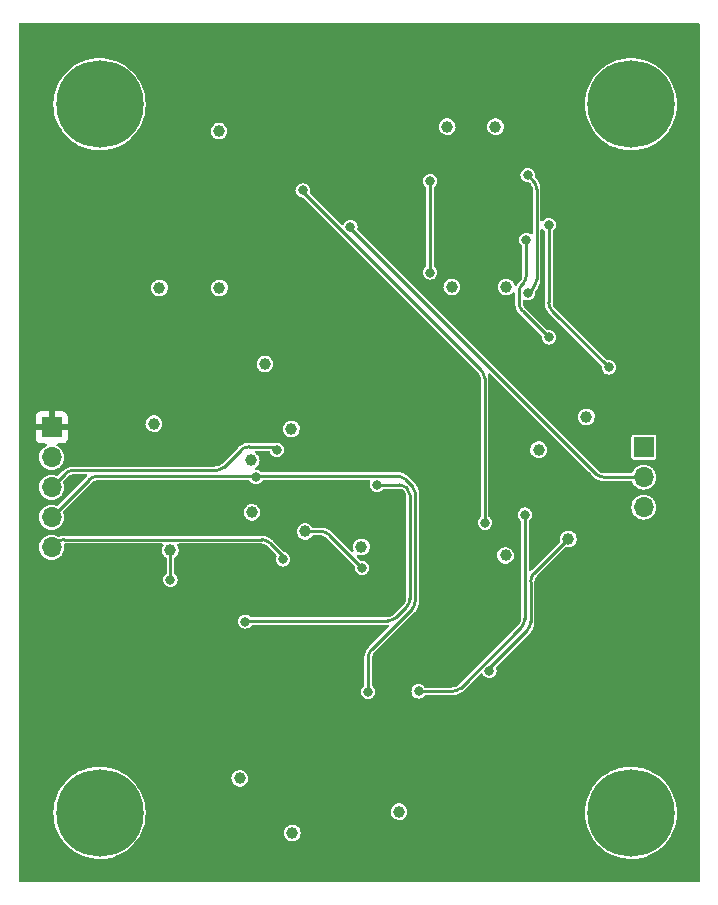
<source format=gbl>
G04 #@! TF.GenerationSoftware,KiCad,Pcbnew,(6.0.2)*
G04 #@! TF.CreationDate,2022-02-21T10:35:24-06:00*
G04 #@! TF.ProjectId,20-ELC-2-01-R2(Appetizer),32302d45-4c43-42d3-922d-30312d523228,v1*
G04 #@! TF.SameCoordinates,Original*
G04 #@! TF.FileFunction,Copper,L2,Bot*
G04 #@! TF.FilePolarity,Positive*
%FSLAX46Y46*%
G04 Gerber Fmt 4.6, Leading zero omitted, Abs format (unit mm)*
G04 Created by KiCad (PCBNEW (6.0.2)) date 2022-02-21 10:35:24*
%MOMM*%
%LPD*%
G01*
G04 APERTURE LIST*
G04 #@! TA.AperFunction,ComponentPad*
%ADD10C,1.000000*%
G04 #@! TD*
G04 #@! TA.AperFunction,ComponentPad*
%ADD11C,4.100000*%
G04 #@! TD*
G04 #@! TA.AperFunction,ConnectorPad*
%ADD12C,7.400000*%
G04 #@! TD*
G04 #@! TA.AperFunction,ComponentPad*
%ADD13R,1.700000X1.700000*%
G04 #@! TD*
G04 #@! TA.AperFunction,ComponentPad*
%ADD14O,1.700000X1.700000*%
G04 #@! TD*
G04 #@! TA.AperFunction,ViaPad*
%ADD15C,0.800000*%
G04 #@! TD*
G04 #@! TA.AperFunction,Conductor*
%ADD16C,0.250000*%
G04 #@! TD*
G04 APERTURE END LIST*
D10*
X156225000Y-85475000D03*
X144435800Y-60900000D03*
X121000000Y-96750000D03*
X119600000Y-86050000D03*
X131325000Y-120700000D03*
X125158500Y-74549000D03*
X140350000Y-118900000D03*
X148525000Y-60900000D03*
X149453600Y-74472800D03*
X149375000Y-97200000D03*
X131250000Y-86500000D03*
X120078500Y-74549000D03*
X152175000Y-88250000D03*
X129000000Y-81000000D03*
X125125000Y-61275000D03*
X137175000Y-96475000D03*
X126873000Y-116078000D03*
X154700000Y-95800000D03*
D11*
X160000000Y-119000000D03*
D12*
X160000000Y-119000000D03*
X160000000Y-59000000D03*
D11*
X160000000Y-59000000D03*
D12*
X115000000Y-119000000D03*
D11*
X115000000Y-119000000D03*
X115000000Y-59000000D03*
D12*
X115000000Y-59000000D03*
D10*
X144830800Y-74472800D03*
D13*
X161086800Y-88036400D03*
D14*
X161086800Y-90576400D03*
X161086800Y-93116400D03*
D10*
X127900000Y-93550000D03*
X127850000Y-89150000D03*
D13*
X110947200Y-86360000D03*
D14*
X110947200Y-88900000D03*
X110947200Y-91440000D03*
X110947200Y-93980000D03*
X110947200Y-96520000D03*
D10*
X132400000Y-95175000D03*
D15*
X117755500Y-89069500D03*
X151250000Y-66250000D03*
X115200000Y-68250000D03*
X145000000Y-81000000D03*
X156236351Y-90510950D03*
X122000000Y-91858500D03*
X157480000Y-78740000D03*
X132588000Y-91948000D03*
X154500000Y-56500000D03*
X142100000Y-111350000D03*
X115500000Y-74950000D03*
X137275000Y-62025000D03*
X129250000Y-122800000D03*
X134475000Y-86000000D03*
X133200000Y-98300000D03*
X132588000Y-88900000D03*
X126125000Y-113575000D03*
X127000000Y-65500000D03*
X153450000Y-92150000D03*
X132975000Y-57175000D03*
X134525000Y-77250000D03*
X142025000Y-102250000D03*
X117705500Y-93930500D03*
X130375000Y-70325000D03*
X143000000Y-97750000D03*
X135000000Y-106400000D03*
X149000000Y-86000000D03*
X138239500Y-86039500D03*
X129799799Y-111450201D03*
X138700000Y-106500000D03*
X147000000Y-79000000D03*
X155500000Y-65000000D03*
X141800000Y-81400000D03*
X130085000Y-67315000D03*
X142600000Y-90525000D03*
X138575000Y-66275000D03*
X130650000Y-79325000D03*
X155500000Y-69500000D03*
X140208000Y-97790000D03*
X130150000Y-94375000D03*
X142447000Y-93853000D03*
X144475000Y-117450000D03*
X139500000Y-75000000D03*
X147955000Y-103250000D03*
X130850000Y-116725000D03*
X148012299Y-107012299D03*
X136250000Y-69425000D03*
X138500000Y-91213020D03*
X127350000Y-102800000D03*
X130556000Y-97536000D03*
X130000000Y-88250000D03*
X147651918Y-94424746D03*
X132200000Y-66300000D03*
X137750000Y-108750000D03*
X128250000Y-90575000D03*
X142012000Y-108712000D03*
X151000000Y-93750000D03*
X137250000Y-98250000D03*
X158115000Y-81280000D03*
X153035000Y-69215000D03*
X143000000Y-65500000D03*
X143000535Y-73252661D03*
X151250000Y-65000000D03*
X151250000Y-75000000D03*
X121000000Y-99250000D03*
X151130000Y-70485000D03*
X153035000Y-78740000D03*
D16*
X148012299Y-107012299D02*
X148012299Y-106737701D01*
X148012299Y-106737701D02*
X151207107Y-103542893D01*
X151500000Y-102835786D02*
X151500000Y-99414214D01*
X151792893Y-98707107D02*
X154700000Y-95800000D01*
X151792893Y-98707107D02*
G75*
G03*
X151500000Y-99414214I707106J-707106D01*
G01*
X151499999Y-102835786D02*
G75*
G02*
X151207106Y-103542892I-999993J-3D01*
G01*
X136250000Y-69500000D02*
X157033507Y-90283507D01*
X136250000Y-69425000D02*
X136250000Y-69500000D01*
X157740614Y-90576400D02*
X161086800Y-90576400D01*
X157740614Y-90576399D02*
G75*
G02*
X157033508Y-90283506I-3J999993D01*
G01*
X139430068Y-102725000D02*
X127425000Y-102725000D01*
X140980076Y-101589206D02*
X140137175Y-102432107D01*
X127425000Y-102725000D02*
X127350000Y-102800000D01*
X140976617Y-91447335D02*
X141038655Y-91509373D01*
X141272969Y-92075058D02*
X141272969Y-100882099D01*
X138500000Y-91213020D02*
X140410931Y-91213020D01*
X141272969Y-92075058D02*
G75*
G03*
X141038655Y-91509373I-800000J0D01*
G01*
X140976617Y-91447335D02*
G75*
G03*
X140410931Y-91213020I-565689J-565692D01*
G01*
X140137175Y-102432107D02*
G75*
G02*
X139430068Y-102725000I-707106J707106D01*
G01*
X140980076Y-101589206D02*
G75*
G03*
X141272969Y-100882099I-707106J707106D01*
G01*
X111314900Y-96152300D02*
X110947200Y-96520000D01*
X128719193Y-95859407D02*
X112022007Y-95859407D01*
X130556000Y-97282000D02*
X129426300Y-96152300D01*
X111314900Y-96152300D02*
G75*
G02*
X112022007Y-95859407I707104J-707101D01*
G01*
X129426300Y-96152300D02*
G75*
G03*
X128719193Y-95859407I-707106J-707106D01*
G01*
X129750000Y-88000000D02*
X130000000Y-88250000D01*
X127664214Y-88000000D02*
X129750000Y-88000000D01*
X125542893Y-89707107D02*
X126957107Y-88292893D01*
X112801414Y-90000000D02*
X124835786Y-90000000D01*
X110947200Y-91440000D02*
X112094307Y-90292893D01*
X124835786Y-89999999D02*
G75*
G03*
X125542892Y-89707106I3J999993D01*
G01*
X112094307Y-90292893D02*
G75*
G02*
X112801414Y-90000000I707106J-707106D01*
G01*
X127664214Y-88000001D02*
G75*
G03*
X126957108Y-88292894I-3J-999993D01*
G01*
X147600000Y-94372828D02*
X147651918Y-94424746D01*
X132200000Y-66300000D02*
X132200000Y-66400000D01*
X147600000Y-82214214D02*
X147600000Y-94372828D01*
X132200000Y-66400000D02*
X147307107Y-81507107D01*
X147599999Y-82214214D02*
G75*
G03*
X147307106Y-81507108I-999998J1D01*
G01*
X140322138Y-90488509D02*
X140016491Y-90488509D01*
X128250000Y-90575000D02*
X128336491Y-90488509D01*
X141488174Y-91323174D02*
X140887823Y-90722823D01*
X114841414Y-90500000D02*
X128175000Y-90500000D01*
X138042893Y-105162107D02*
X141429596Y-101775404D01*
X141722489Y-101068297D02*
X141722489Y-91888860D01*
X128175000Y-90500000D02*
X128250000Y-90575000D01*
X137750000Y-108750000D02*
X137750000Y-105869214D01*
X110947200Y-93980000D02*
X114134307Y-90792893D01*
X128336491Y-90488509D02*
X140016491Y-90488509D01*
X141429596Y-101775404D02*
G75*
G03*
X141722489Y-101068297I-707106J707106D01*
G01*
X114841414Y-90500001D02*
G75*
G03*
X114134308Y-90792894I-3J-999993D01*
G01*
X138042893Y-105162107D02*
G75*
G03*
X137750000Y-105869214I707106J-707106D01*
G01*
X141722489Y-91888860D02*
G75*
G03*
X141488174Y-91323174I-799995J2D01*
G01*
X140322138Y-90488509D02*
G75*
G02*
X140887823Y-90722823I0J-800000D01*
G01*
X144873786Y-108712000D02*
X142012000Y-108712000D01*
X150707107Y-103292893D02*
X145580893Y-108419107D01*
X151000000Y-93750000D02*
X151000000Y-102585786D01*
X150999999Y-102585786D02*
G75*
G02*
X150707106Y-103292892I-999993J-3D01*
G01*
X144873786Y-108711999D02*
G75*
G03*
X145580892Y-108419106I3J999993D01*
G01*
X137250000Y-98250000D02*
X134467893Y-95467893D01*
X133760786Y-95175000D02*
X132400000Y-95175000D01*
X134467893Y-95467893D02*
G75*
G03*
X133760786Y-95175000I-707106J-707106D01*
G01*
X153035000Y-75785786D02*
X153035000Y-69215000D01*
X158115000Y-81280000D02*
X153327893Y-76492893D01*
X153327893Y-76492893D02*
G75*
G02*
X153035000Y-75785786I707106J707106D01*
G01*
X143000000Y-73252126D02*
X143000000Y-65500000D01*
X143000535Y-73252661D02*
X143000000Y-73252126D01*
X151250000Y-65000000D02*
X151713010Y-65463010D01*
X151713010Y-74536990D02*
X151250000Y-75000000D01*
X152005903Y-66170117D02*
X152005903Y-73829883D01*
X151713010Y-65463010D02*
G75*
G02*
X152005903Y-66170117I-707106J-707106D01*
G01*
X151713010Y-74536990D02*
G75*
G03*
X152005903Y-73829883I-707106J707106D01*
G01*
X121000000Y-99250000D02*
X121000000Y-96750000D01*
X151130000Y-70485000D02*
X151130000Y-73499786D01*
X153035000Y-78740000D02*
X150818382Y-76523382D01*
X150525489Y-75816275D02*
X150525489Y-74932725D01*
X150837107Y-74206893D02*
X150818382Y-74225618D01*
X150818382Y-76523382D02*
G75*
G02*
X150525489Y-75816275I707106J707106D01*
G01*
X150525490Y-74932725D02*
G75*
G02*
X150818383Y-74225619I999993J3D01*
G01*
X150837107Y-74206893D02*
G75*
G03*
X151130000Y-73499786I-707106J707106D01*
G01*
G04 #@! TA.AperFunction,Conductor*
G36*
X165792121Y-52170002D02*
G01*
X165838614Y-52223658D01*
X165850000Y-52276000D01*
X165850000Y-124724000D01*
X165829998Y-124792121D01*
X165776342Y-124838614D01*
X165724000Y-124850000D01*
X108276000Y-124850000D01*
X108207879Y-124829998D01*
X108161386Y-124776342D01*
X108150000Y-124724000D01*
X108150000Y-118986367D01*
X111094511Y-118986367D01*
X111094661Y-118989548D01*
X111112423Y-119366193D01*
X111113126Y-119381111D01*
X111171538Y-119771953D01*
X111172324Y-119775035D01*
X111172324Y-119775037D01*
X111261685Y-120125612D01*
X111269148Y-120154892D01*
X111404956Y-120526006D01*
X111577573Y-120881495D01*
X111675435Y-121039947D01*
X111763517Y-121182564D01*
X111785230Y-121217721D01*
X112025802Y-121531241D01*
X112027984Y-121533557D01*
X112027993Y-121533567D01*
X112294635Y-121816519D01*
X112296826Y-121818844D01*
X112299231Y-121820928D01*
X112299237Y-121820933D01*
X112593119Y-122075501D01*
X112595526Y-122077586D01*
X112918845Y-122304818D01*
X113263472Y-122498214D01*
X113625878Y-122655793D01*
X114002353Y-122775941D01*
X114212256Y-122820175D01*
X114385924Y-122856773D01*
X114385929Y-122856774D01*
X114389043Y-122857430D01*
X114781988Y-122899423D01*
X114785176Y-122899440D01*
X114785181Y-122899440D01*
X114964213Y-122900378D01*
X115177166Y-122901493D01*
X115325671Y-122887193D01*
X115567364Y-122863921D01*
X115567369Y-122863920D01*
X115570529Y-122863616D01*
X115573648Y-122862993D01*
X115573653Y-122862992D01*
X115764643Y-122824828D01*
X115958051Y-122786181D01*
X116247161Y-122697240D01*
X116332722Y-122670918D01*
X116332725Y-122670917D01*
X116335764Y-122669982D01*
X116338692Y-122668745D01*
X116338698Y-122668743D01*
X116502433Y-122599578D01*
X116699801Y-122516207D01*
X116702604Y-122514673D01*
X116702609Y-122514670D01*
X116851943Y-122432912D01*
X117046434Y-122326431D01*
X117372114Y-122102597D01*
X117401606Y-122077586D01*
X117671078Y-121849057D01*
X117671080Y-121849055D01*
X117673508Y-121846996D01*
X117675713Y-121844704D01*
X117675719Y-121844699D01*
X117787472Y-121728570D01*
X117947528Y-121562247D01*
X118191370Y-121251264D01*
X118214297Y-121214998D01*
X118400828Y-120919934D01*
X118402537Y-120917231D01*
X118403957Y-120914382D01*
X118403962Y-120914374D01*
X118514529Y-120692611D01*
X130619394Y-120692611D01*
X130637999Y-120861135D01*
X130696266Y-121020356D01*
X130700502Y-121026659D01*
X130700502Y-121026660D01*
X130713574Y-121046113D01*
X130790830Y-121161083D01*
X130796442Y-121166190D01*
X130796445Y-121166193D01*
X130910612Y-121270077D01*
X130910616Y-121270080D01*
X130916233Y-121275191D01*
X130922906Y-121278814D01*
X130922910Y-121278817D01*
X131058558Y-121352467D01*
X131058560Y-121352468D01*
X131065235Y-121356092D01*
X131072584Y-121358020D01*
X131221883Y-121397188D01*
X131221885Y-121397188D01*
X131229233Y-121399116D01*
X131315609Y-121400473D01*
X131391161Y-121401660D01*
X131391164Y-121401660D01*
X131398760Y-121401779D01*
X131406165Y-121400083D01*
X131406166Y-121400083D01*
X131466586Y-121386245D01*
X131564029Y-121363928D01*
X131715498Y-121287747D01*
X131844423Y-121177634D01*
X131943361Y-121039947D01*
X131951237Y-121020356D01*
X132003766Y-120889687D01*
X132003767Y-120889685D01*
X132006601Y-120882634D01*
X132030490Y-120714778D01*
X132030645Y-120700000D01*
X132028840Y-120685080D01*
X132026004Y-120661653D01*
X132010276Y-120531680D01*
X131950345Y-120373077D01*
X131854312Y-120233349D01*
X131842514Y-120222837D01*
X131733392Y-120125612D01*
X131733388Y-120125610D01*
X131727721Y-120120560D01*
X131577881Y-120041224D01*
X131413441Y-119999919D01*
X131405843Y-119999879D01*
X131405841Y-119999879D01*
X131328668Y-119999475D01*
X131243895Y-119999031D01*
X131236508Y-120000805D01*
X131236504Y-120000805D01*
X131093162Y-120035220D01*
X131079032Y-120038612D01*
X131072288Y-120042093D01*
X131072285Y-120042094D01*
X131067089Y-120044776D01*
X130928369Y-120116375D01*
X130922647Y-120121367D01*
X130922645Y-120121368D01*
X130884216Y-120154892D01*
X130800604Y-120227831D01*
X130703113Y-120366547D01*
X130641524Y-120524513D01*
X130619394Y-120692611D01*
X118514529Y-120692611D01*
X118577447Y-120566416D01*
X118578867Y-120563568D01*
X118705556Y-120228296D01*
X118717430Y-120196872D01*
X118717431Y-120196869D01*
X118718554Y-120193897D01*
X118728933Y-120154892D01*
X118819347Y-119815087D01*
X118820168Y-119812002D01*
X118882670Y-119421793D01*
X118886171Y-119361083D01*
X118905320Y-119028958D01*
X118905418Y-119027265D01*
X118905513Y-119000000D01*
X118904823Y-118986367D01*
X118900074Y-118892611D01*
X139644394Y-118892611D01*
X139662999Y-119061135D01*
X139721266Y-119220356D01*
X139725502Y-119226659D01*
X139725502Y-119226660D01*
X139738574Y-119246113D01*
X139815830Y-119361083D01*
X139821442Y-119366190D01*
X139821445Y-119366193D01*
X139935612Y-119470077D01*
X139935616Y-119470080D01*
X139941233Y-119475191D01*
X139947906Y-119478814D01*
X139947910Y-119478817D01*
X140083558Y-119552467D01*
X140083560Y-119552468D01*
X140090235Y-119556092D01*
X140097584Y-119558020D01*
X140246883Y-119597188D01*
X140246885Y-119597188D01*
X140254233Y-119599116D01*
X140340609Y-119600473D01*
X140416161Y-119601660D01*
X140416164Y-119601660D01*
X140423760Y-119601779D01*
X140431165Y-119600083D01*
X140431166Y-119600083D01*
X140491586Y-119586245D01*
X140589029Y-119563928D01*
X140740498Y-119487747D01*
X140821450Y-119418607D01*
X140863651Y-119382564D01*
X140863652Y-119382563D01*
X140869423Y-119377634D01*
X140968361Y-119239947D01*
X140976237Y-119220356D01*
X141028766Y-119089687D01*
X141028767Y-119089685D01*
X141031601Y-119082634D01*
X141045302Y-118986367D01*
X156094511Y-118986367D01*
X156094661Y-118989548D01*
X156112423Y-119366193D01*
X156113126Y-119381111D01*
X156171538Y-119771953D01*
X156172324Y-119775035D01*
X156172324Y-119775037D01*
X156261685Y-120125612D01*
X156269148Y-120154892D01*
X156404956Y-120526006D01*
X156577573Y-120881495D01*
X156675435Y-121039947D01*
X156763517Y-121182564D01*
X156785230Y-121217721D01*
X157025802Y-121531241D01*
X157027984Y-121533557D01*
X157027993Y-121533567D01*
X157294635Y-121816519D01*
X157296826Y-121818844D01*
X157299231Y-121820928D01*
X157299237Y-121820933D01*
X157593119Y-122075501D01*
X157595526Y-122077586D01*
X157918845Y-122304818D01*
X158263472Y-122498214D01*
X158625878Y-122655793D01*
X159002353Y-122775941D01*
X159212256Y-122820175D01*
X159385924Y-122856773D01*
X159385929Y-122856774D01*
X159389043Y-122857430D01*
X159781988Y-122899423D01*
X159785176Y-122899440D01*
X159785181Y-122899440D01*
X159964213Y-122900378D01*
X160177166Y-122901493D01*
X160325671Y-122887193D01*
X160567364Y-122863921D01*
X160567369Y-122863920D01*
X160570529Y-122863616D01*
X160573648Y-122862993D01*
X160573653Y-122862992D01*
X160764643Y-122824828D01*
X160958051Y-122786181D01*
X161247161Y-122697240D01*
X161332722Y-122670918D01*
X161332725Y-122670917D01*
X161335764Y-122669982D01*
X161338692Y-122668745D01*
X161338698Y-122668743D01*
X161502433Y-122599578D01*
X161699801Y-122516207D01*
X161702604Y-122514673D01*
X161702609Y-122514670D01*
X161851943Y-122432912D01*
X162046434Y-122326431D01*
X162372114Y-122102597D01*
X162401606Y-122077586D01*
X162671078Y-121849057D01*
X162671080Y-121849055D01*
X162673508Y-121846996D01*
X162675713Y-121844704D01*
X162675719Y-121844699D01*
X162787472Y-121728570D01*
X162947528Y-121562247D01*
X163191370Y-121251264D01*
X163214297Y-121214998D01*
X163400828Y-120919934D01*
X163402537Y-120917231D01*
X163403957Y-120914382D01*
X163403962Y-120914374D01*
X163577447Y-120566416D01*
X163578867Y-120563568D01*
X163705556Y-120228296D01*
X163717430Y-120196872D01*
X163717431Y-120196869D01*
X163718554Y-120193897D01*
X163728933Y-120154892D01*
X163819347Y-119815087D01*
X163820168Y-119812002D01*
X163882670Y-119421793D01*
X163886171Y-119361083D01*
X163905320Y-119028958D01*
X163905418Y-119027265D01*
X163905513Y-119000000D01*
X163904823Y-118986367D01*
X163885681Y-118608496D01*
X163885680Y-118608491D01*
X163885520Y-118605323D01*
X163842718Y-118325612D01*
X163826228Y-118217848D01*
X163826226Y-118217839D01*
X163825744Y-118214688D01*
X163726798Y-117832092D01*
X163721989Y-117819090D01*
X163678816Y-117702380D01*
X163589695Y-117461455D01*
X163415839Y-117106570D01*
X163207009Y-116771071D01*
X163121794Y-116660816D01*
X162967296Y-116460918D01*
X162967291Y-116460913D01*
X162965344Y-116458393D01*
X162757276Y-116239135D01*
X162695517Y-116174054D01*
X162695514Y-116174052D01*
X162693318Y-116171737D01*
X162682408Y-116162353D01*
X162396131Y-115916116D01*
X162396128Y-115916114D01*
X162393716Y-115914039D01*
X162391108Y-115912219D01*
X162391102Y-115912215D01*
X162072220Y-115689760D01*
X162069607Y-115687937D01*
X161896957Y-115591841D01*
X161727092Y-115497296D01*
X161727090Y-115497295D01*
X161724307Y-115495746D01*
X161721387Y-115494488D01*
X161721382Y-115494486D01*
X161364287Y-115340696D01*
X161364277Y-115340692D01*
X161361353Y-115339433D01*
X160984460Y-115220599D01*
X160707713Y-115163287D01*
X160600613Y-115141108D01*
X160600610Y-115141108D01*
X160597488Y-115140461D01*
X160295259Y-115109229D01*
X160207555Y-115100165D01*
X160207552Y-115100165D01*
X160204399Y-115099839D01*
X160201233Y-115099833D01*
X160201224Y-115099833D01*
X160006076Y-115099493D01*
X159809217Y-115099150D01*
X159652678Y-115114774D01*
X159419161Y-115138082D01*
X159419155Y-115138083D01*
X159415988Y-115138399D01*
X159214871Y-115179317D01*
X159031863Y-115216550D01*
X159031859Y-115216551D01*
X159028738Y-115217186D01*
X159025696Y-115218133D01*
X159025690Y-115218135D01*
X158840085Y-115275945D01*
X158651433Y-115334703D01*
X158648493Y-115335957D01*
X158290873Y-115488495D01*
X158290869Y-115488497D01*
X158287936Y-115489748D01*
X157941967Y-115680733D01*
X157939346Y-115682548D01*
X157939341Y-115682551D01*
X157621583Y-115902577D01*
X157617070Y-115905702D01*
X157316571Y-116162353D01*
X157043546Y-116448057D01*
X157041589Y-116450570D01*
X157041588Y-116450572D01*
X156883854Y-116653191D01*
X156800791Y-116759890D01*
X156799095Y-116762594D01*
X156799092Y-116762598D01*
X156667054Y-116973084D01*
X156590791Y-117094658D01*
X156415697Y-117448934D01*
X156277301Y-117819090D01*
X156177021Y-118201338D01*
X156174436Y-118217848D01*
X156117696Y-118580180D01*
X156115882Y-118591763D01*
X156115711Y-118594925D01*
X156115710Y-118594932D01*
X156098388Y-118914778D01*
X156094511Y-118986367D01*
X141045302Y-118986367D01*
X141054909Y-118918862D01*
X141054909Y-118918859D01*
X141055490Y-118914778D01*
X141055645Y-118900000D01*
X141053840Y-118885080D01*
X141036188Y-118739220D01*
X141035276Y-118731680D01*
X140975345Y-118573077D01*
X140879312Y-118433349D01*
X140867514Y-118422837D01*
X140758392Y-118325612D01*
X140758388Y-118325610D01*
X140752721Y-118320560D01*
X140602881Y-118241224D01*
X140438441Y-118199919D01*
X140430843Y-118199879D01*
X140430841Y-118199879D01*
X140353668Y-118199475D01*
X140268895Y-118199031D01*
X140261508Y-118200805D01*
X140261504Y-118200805D01*
X140118162Y-118235220D01*
X140104032Y-118238612D01*
X140097288Y-118242093D01*
X140097285Y-118242094D01*
X140092089Y-118244776D01*
X139953369Y-118316375D01*
X139825604Y-118427831D01*
X139728113Y-118566547D01*
X139666524Y-118724513D01*
X139644394Y-118892611D01*
X118900074Y-118892611D01*
X118885681Y-118608496D01*
X118885680Y-118608491D01*
X118885520Y-118605323D01*
X118842718Y-118325612D01*
X118826228Y-118217848D01*
X118826226Y-118217839D01*
X118825744Y-118214688D01*
X118726798Y-117832092D01*
X118721989Y-117819090D01*
X118678816Y-117702380D01*
X118589695Y-117461455D01*
X118415839Y-117106570D01*
X118207009Y-116771071D01*
X118121794Y-116660816D01*
X117967296Y-116460918D01*
X117967291Y-116460913D01*
X117965344Y-116458393D01*
X117757276Y-116239135D01*
X117695517Y-116174054D01*
X117695514Y-116174052D01*
X117693318Y-116171737D01*
X117682408Y-116162353D01*
X117575748Y-116070611D01*
X126167394Y-116070611D01*
X126185999Y-116239135D01*
X126244266Y-116398356D01*
X126248502Y-116404659D01*
X126248502Y-116404660D01*
X126261574Y-116424113D01*
X126338830Y-116539083D01*
X126344442Y-116544190D01*
X126344445Y-116544193D01*
X126458612Y-116648077D01*
X126458616Y-116648080D01*
X126464233Y-116653191D01*
X126470906Y-116656814D01*
X126470910Y-116656817D01*
X126606558Y-116730467D01*
X126606560Y-116730468D01*
X126613235Y-116734092D01*
X126620584Y-116736020D01*
X126769883Y-116775188D01*
X126769885Y-116775188D01*
X126777233Y-116777116D01*
X126863609Y-116778473D01*
X126939161Y-116779660D01*
X126939164Y-116779660D01*
X126946760Y-116779779D01*
X126954165Y-116778083D01*
X126954166Y-116778083D01*
X127044591Y-116757373D01*
X127112029Y-116741928D01*
X127263498Y-116665747D01*
X127392423Y-116555634D01*
X127491361Y-116417947D01*
X127499237Y-116398356D01*
X127551766Y-116267687D01*
X127551767Y-116267685D01*
X127554601Y-116260634D01*
X127578490Y-116092778D01*
X127578645Y-116078000D01*
X127576840Y-116063080D01*
X127559188Y-115917220D01*
X127558276Y-115909680D01*
X127498345Y-115751077D01*
X127402312Y-115611349D01*
X127390514Y-115600837D01*
X127281392Y-115503612D01*
X127281388Y-115503610D01*
X127275721Y-115498560D01*
X127256712Y-115488495D01*
X127208080Y-115462746D01*
X127125881Y-115419224D01*
X126961441Y-115377919D01*
X126953843Y-115377879D01*
X126953841Y-115377879D01*
X126876668Y-115377475D01*
X126791895Y-115377031D01*
X126784508Y-115378805D01*
X126784504Y-115378805D01*
X126641162Y-115413220D01*
X126627032Y-115416612D01*
X126620288Y-115420093D01*
X126620285Y-115420094D01*
X126483117Y-115490892D01*
X126476369Y-115494375D01*
X126348604Y-115605831D01*
X126251113Y-115744547D01*
X126189524Y-115902513D01*
X126188532Y-115910046D01*
X126188532Y-115910047D01*
X126188007Y-115914039D01*
X126167394Y-116070611D01*
X117575748Y-116070611D01*
X117396131Y-115916116D01*
X117396128Y-115916114D01*
X117393716Y-115914039D01*
X117391108Y-115912219D01*
X117391102Y-115912215D01*
X117072220Y-115689760D01*
X117069607Y-115687937D01*
X116896957Y-115591841D01*
X116727092Y-115497296D01*
X116727090Y-115497295D01*
X116724307Y-115495746D01*
X116721387Y-115494488D01*
X116721382Y-115494486D01*
X116364287Y-115340696D01*
X116364277Y-115340692D01*
X116361353Y-115339433D01*
X115984460Y-115220599D01*
X115707713Y-115163287D01*
X115600613Y-115141108D01*
X115600610Y-115141108D01*
X115597488Y-115140461D01*
X115295259Y-115109229D01*
X115207555Y-115100165D01*
X115207552Y-115100165D01*
X115204399Y-115099839D01*
X115201233Y-115099833D01*
X115201224Y-115099833D01*
X115006076Y-115099493D01*
X114809217Y-115099150D01*
X114652678Y-115114774D01*
X114419161Y-115138082D01*
X114419155Y-115138083D01*
X114415988Y-115138399D01*
X114214871Y-115179317D01*
X114031863Y-115216550D01*
X114031859Y-115216551D01*
X114028738Y-115217186D01*
X114025696Y-115218133D01*
X114025690Y-115218135D01*
X113840085Y-115275945D01*
X113651433Y-115334703D01*
X113648493Y-115335957D01*
X113290873Y-115488495D01*
X113290869Y-115488497D01*
X113287936Y-115489748D01*
X112941967Y-115680733D01*
X112939346Y-115682548D01*
X112939341Y-115682551D01*
X112621583Y-115902577D01*
X112617070Y-115905702D01*
X112316571Y-116162353D01*
X112043546Y-116448057D01*
X112041589Y-116450570D01*
X112041588Y-116450572D01*
X111883854Y-116653191D01*
X111800791Y-116759890D01*
X111799095Y-116762594D01*
X111799092Y-116762598D01*
X111667054Y-116973084D01*
X111590791Y-117094658D01*
X111415697Y-117448934D01*
X111277301Y-117819090D01*
X111177021Y-118201338D01*
X111174436Y-118217848D01*
X111117696Y-118580180D01*
X111115882Y-118591763D01*
X111115711Y-118594925D01*
X111115710Y-118594932D01*
X111098388Y-118914778D01*
X111094511Y-118986367D01*
X108150000Y-118986367D01*
X108150000Y-96505262D01*
X109891720Y-96505262D01*
X109892236Y-96511406D01*
X109901051Y-96616375D01*
X109908959Y-96710553D01*
X109910658Y-96716478D01*
X109958778Y-96884291D01*
X109965744Y-96908586D01*
X109968559Y-96914063D01*
X109968560Y-96914066D01*
X110046725Y-97066159D01*
X110059912Y-97091818D01*
X110187877Y-97253270D01*
X110192570Y-97257264D01*
X110192571Y-97257265D01*
X110339880Y-97382634D01*
X110344764Y-97386791D01*
X110524598Y-97487297D01*
X110604387Y-97513222D01*
X110714671Y-97549056D01*
X110714675Y-97549057D01*
X110720529Y-97550959D01*
X110925094Y-97575351D01*
X110931229Y-97574879D01*
X110931231Y-97574879D01*
X110987239Y-97570569D01*
X111130500Y-97559546D01*
X111136430Y-97557890D01*
X111136432Y-97557890D01*
X111270863Y-97520356D01*
X111328925Y-97504145D01*
X111334414Y-97501372D01*
X111334420Y-97501370D01*
X111507316Y-97414033D01*
X111512810Y-97411258D01*
X111675151Y-97284424D01*
X111712816Y-97240789D01*
X111805740Y-97133134D01*
X111805740Y-97133133D01*
X111809764Y-97128472D01*
X111824408Y-97102695D01*
X111864541Y-97032047D01*
X111911523Y-96949344D01*
X111976551Y-96753863D01*
X112002371Y-96549474D01*
X112002783Y-96520000D01*
X111983487Y-96323202D01*
X111996747Y-96253455D01*
X112045609Y-96201948D01*
X112108886Y-96184907D01*
X120298352Y-96184907D01*
X120366473Y-96204909D01*
X120412966Y-96258565D01*
X120423070Y-96328839D01*
X120401438Y-96383358D01*
X120382485Y-96410325D01*
X120382482Y-96410330D01*
X120378113Y-96416547D01*
X120316524Y-96574513D01*
X120315532Y-96582046D01*
X120315532Y-96582047D01*
X120295522Y-96734045D01*
X120294394Y-96742611D01*
X120312999Y-96911135D01*
X120328944Y-96954707D01*
X120363887Y-97050191D01*
X120371266Y-97070356D01*
X120375502Y-97076659D01*
X120375502Y-97076660D01*
X120385688Y-97091818D01*
X120465830Y-97211083D01*
X120471442Y-97216190D01*
X120471445Y-97216193D01*
X120585612Y-97320077D01*
X120585616Y-97320080D01*
X120591233Y-97325191D01*
X120608621Y-97334632D01*
X120658942Y-97384712D01*
X120674500Y-97445363D01*
X120674500Y-98680714D01*
X120654498Y-98748835D01*
X120625204Y-98780677D01*
X120571718Y-98821718D01*
X120475464Y-98947159D01*
X120414956Y-99093238D01*
X120394318Y-99250000D01*
X120395396Y-99258188D01*
X120413057Y-99392334D01*
X120414956Y-99406762D01*
X120475464Y-99552841D01*
X120571718Y-99678282D01*
X120697159Y-99774536D01*
X120843238Y-99835044D01*
X121000000Y-99855682D01*
X121008188Y-99854604D01*
X121148574Y-99836122D01*
X121156762Y-99835044D01*
X121302841Y-99774536D01*
X121428282Y-99678282D01*
X121524536Y-99552841D01*
X121585044Y-99406762D01*
X121586944Y-99392334D01*
X121604604Y-99258188D01*
X121605682Y-99250000D01*
X121585044Y-99093238D01*
X121524536Y-98947159D01*
X121428282Y-98821718D01*
X121374796Y-98780677D01*
X121332929Y-98723339D01*
X121325500Y-98680714D01*
X121325500Y-97447397D01*
X121345502Y-97379276D01*
X121381772Y-97342449D01*
X121383711Y-97341160D01*
X121390498Y-97337747D01*
X121519423Y-97227634D01*
X121618361Y-97089947D01*
X121627924Y-97066159D01*
X121678766Y-96939687D01*
X121678767Y-96939685D01*
X121681601Y-96932634D01*
X121693347Y-96850102D01*
X121704909Y-96768862D01*
X121704909Y-96768859D01*
X121705490Y-96764778D01*
X121705645Y-96750000D01*
X121704388Y-96739608D01*
X121694467Y-96657634D01*
X121685276Y-96581680D01*
X121625345Y-96423077D01*
X121598047Y-96383358D01*
X121597302Y-96382274D01*
X121575202Y-96314805D01*
X121593088Y-96246098D01*
X121645279Y-96197967D01*
X121701142Y-96184907D01*
X128679693Y-96184907D01*
X128701573Y-96186821D01*
X128708337Y-96188014D01*
X128708338Y-96188014D01*
X128719193Y-96189928D01*
X128730050Y-96188013D01*
X128741073Y-96188013D01*
X128741073Y-96188918D01*
X128754670Y-96188401D01*
X128838432Y-96196651D01*
X128862654Y-96201468D01*
X128965442Y-96232649D01*
X128988255Y-96242099D01*
X129009502Y-96253455D01*
X129082980Y-96292730D01*
X129103518Y-96306453D01*
X129168582Y-96359850D01*
X129177830Y-96369832D01*
X129178470Y-96369192D01*
X129186265Y-96376987D01*
X129192586Y-96386014D01*
X129201612Y-96392334D01*
X129207249Y-96396281D01*
X129224074Y-96410400D01*
X129976433Y-97162759D01*
X130010459Y-97225071D01*
X130003747Y-97300071D01*
X129974117Y-97371605D01*
X129974116Y-97371609D01*
X129970956Y-97379238D01*
X129969878Y-97387426D01*
X129966375Y-97414033D01*
X129950318Y-97536000D01*
X129970956Y-97692762D01*
X130031464Y-97838841D01*
X130127718Y-97964282D01*
X130253159Y-98060536D01*
X130399238Y-98121044D01*
X130556000Y-98141682D01*
X130564188Y-98140604D01*
X130704574Y-98122122D01*
X130712762Y-98121044D01*
X130858841Y-98060536D01*
X130984282Y-97964282D01*
X131080536Y-97838841D01*
X131141044Y-97692762D01*
X131161682Y-97536000D01*
X131145625Y-97414033D01*
X131142122Y-97387426D01*
X131141044Y-97379238D01*
X131080536Y-97233159D01*
X130984282Y-97107718D01*
X130858841Y-97011464D01*
X130712762Y-96950956D01*
X130707895Y-96950315D01*
X130652874Y-96918548D01*
X129684400Y-95950074D01*
X129670281Y-95933249D01*
X129666337Y-95927616D01*
X129666336Y-95927615D01*
X129660014Y-95918586D01*
X129649292Y-95911078D01*
X129638502Y-95902611D01*
X129592676Y-95862422D01*
X129530938Y-95808279D01*
X129530932Y-95808275D01*
X129527838Y-95805561D01*
X129524412Y-95803272D01*
X129524407Y-95803268D01*
X129386798Y-95711321D01*
X129383365Y-95709027D01*
X129379666Y-95707203D01*
X129379661Y-95707200D01*
X129231223Y-95633999D01*
X129231221Y-95633998D01*
X129227528Y-95632177D01*
X129220476Y-95629783D01*
X129066904Y-95577652D01*
X129066900Y-95577651D01*
X129062994Y-95576325D01*
X129058950Y-95575521D01*
X129058944Y-95575519D01*
X128896619Y-95543231D01*
X128896616Y-95543231D01*
X128892576Y-95542427D01*
X128888465Y-95542158D01*
X128888461Y-95542157D01*
X128745713Y-95532801D01*
X128732077Y-95531157D01*
X128730052Y-95530800D01*
X128730048Y-95530800D01*
X128719193Y-95528886D01*
X128706314Y-95531157D01*
X128701573Y-95531993D01*
X128679693Y-95533907D01*
X112061508Y-95533907D01*
X112039628Y-95531993D01*
X112034887Y-95531157D01*
X112022008Y-95528886D01*
X112011153Y-95530800D01*
X112011152Y-95530800D01*
X112009127Y-95531157D01*
X111995489Y-95532801D01*
X111852739Y-95542157D01*
X111852735Y-95542158D01*
X111848624Y-95542427D01*
X111844584Y-95543231D01*
X111844581Y-95543231D01*
X111682251Y-95575520D01*
X111682245Y-95575522D01*
X111678206Y-95576325D01*
X111674302Y-95577650D01*
X111674299Y-95577651D01*
X111565924Y-95614439D01*
X111494989Y-95617395D01*
X111465495Y-95605962D01*
X111361678Y-95549829D01*
X111361676Y-95549828D01*
X111356255Y-95546897D01*
X111159454Y-95485977D01*
X111153329Y-95485333D01*
X111153328Y-95485333D01*
X110960698Y-95465087D01*
X110960696Y-95465087D01*
X110954569Y-95464443D01*
X110867729Y-95472346D01*
X110755542Y-95482555D01*
X110755539Y-95482556D01*
X110749403Y-95483114D01*
X110551772Y-95541280D01*
X110369202Y-95636726D01*
X110364401Y-95640586D01*
X110364398Y-95640588D01*
X110218596Y-95757816D01*
X110208647Y-95765815D01*
X110076224Y-95923630D01*
X110073256Y-95929028D01*
X110073253Y-95929033D01*
X110017788Y-96029925D01*
X109976976Y-96104162D01*
X109914684Y-96300532D01*
X109913998Y-96306649D01*
X109913997Y-96306653D01*
X109904387Y-96392334D01*
X109891720Y-96505262D01*
X108150000Y-96505262D01*
X108150000Y-95167611D01*
X131694394Y-95167611D01*
X131712999Y-95336135D01*
X131715609Y-95343266D01*
X131768501Y-95487799D01*
X131771266Y-95495356D01*
X131775502Y-95501659D01*
X131775502Y-95501660D01*
X131785852Y-95517062D01*
X131865830Y-95636083D01*
X131871442Y-95641190D01*
X131871445Y-95641193D01*
X131985612Y-95745077D01*
X131985616Y-95745080D01*
X131991233Y-95750191D01*
X131997906Y-95753814D01*
X131997910Y-95753817D01*
X132133558Y-95827467D01*
X132133560Y-95827468D01*
X132140235Y-95831092D01*
X132147584Y-95833020D01*
X132296883Y-95872188D01*
X132296885Y-95872188D01*
X132304233Y-95874116D01*
X132390609Y-95875473D01*
X132466161Y-95876660D01*
X132466164Y-95876660D01*
X132473760Y-95876779D01*
X132481165Y-95875083D01*
X132481166Y-95875083D01*
X132541586Y-95861245D01*
X132639029Y-95838928D01*
X132790498Y-95762747D01*
X132919423Y-95652634D01*
X132973304Y-95577651D01*
X132991036Y-95552974D01*
X133047031Y-95509326D01*
X133093359Y-95500500D01*
X133721286Y-95500500D01*
X133743166Y-95502414D01*
X133749930Y-95503607D01*
X133749931Y-95503607D01*
X133760786Y-95505521D01*
X133771643Y-95503606D01*
X133782666Y-95503606D01*
X133782666Y-95504511D01*
X133796263Y-95503994D01*
X133880025Y-95512244D01*
X133904247Y-95517061D01*
X134007035Y-95548242D01*
X134029849Y-95557692D01*
X134124573Y-95608323D01*
X134145111Y-95622046D01*
X134210175Y-95675443D01*
X134219423Y-95685425D01*
X134220063Y-95684785D01*
X134227858Y-95692580D01*
X134234179Y-95701607D01*
X134243205Y-95707927D01*
X134248842Y-95711874D01*
X134265667Y-95725993D01*
X136617291Y-98077618D01*
X136651317Y-98139930D01*
X136653118Y-98183158D01*
X136644318Y-98250000D01*
X136664956Y-98406762D01*
X136725464Y-98552841D01*
X136821718Y-98678282D01*
X136947159Y-98774536D01*
X137093238Y-98835044D01*
X137250000Y-98855682D01*
X137258188Y-98854604D01*
X137398574Y-98836122D01*
X137406762Y-98835044D01*
X137552841Y-98774536D01*
X137678282Y-98678282D01*
X137774536Y-98552841D01*
X137835044Y-98406762D01*
X137855682Y-98250000D01*
X137835044Y-98093238D01*
X137774536Y-97947159D01*
X137678282Y-97821718D01*
X137552841Y-97725464D01*
X137406762Y-97664956D01*
X137377344Y-97661083D01*
X137258188Y-97645396D01*
X137250000Y-97644318D01*
X137183159Y-97653118D01*
X137113011Y-97642179D01*
X137077618Y-97617291D01*
X136805314Y-97344987D01*
X136771288Y-97282675D01*
X136776353Y-97211860D01*
X136818900Y-97155024D01*
X136885420Y-97130213D01*
X136926379Y-97134016D01*
X137079233Y-97174116D01*
X137165609Y-97175473D01*
X137241161Y-97176660D01*
X137241164Y-97176660D01*
X137248760Y-97176779D01*
X137256165Y-97175083D01*
X137256166Y-97175083D01*
X137343749Y-97155024D01*
X137414029Y-97138928D01*
X137565498Y-97062747D01*
X137694423Y-96952634D01*
X137793361Y-96814947D01*
X137815564Y-96759715D01*
X137853766Y-96664687D01*
X137853767Y-96664685D01*
X137856601Y-96657634D01*
X137869438Y-96567434D01*
X137879909Y-96493862D01*
X137879909Y-96493859D01*
X137880490Y-96489778D01*
X137880645Y-96475000D01*
X137878840Y-96460080D01*
X137873571Y-96416547D01*
X137860276Y-96306680D01*
X137800345Y-96148077D01*
X137704312Y-96008349D01*
X137692514Y-95997837D01*
X137583392Y-95900612D01*
X137583388Y-95900610D01*
X137577721Y-95895560D01*
X137427881Y-95816224D01*
X137263441Y-95774919D01*
X137255843Y-95774879D01*
X137255841Y-95774879D01*
X137178668Y-95774475D01*
X137093895Y-95774031D01*
X137086508Y-95775805D01*
X137086504Y-95775805D01*
X136962566Y-95805561D01*
X136929032Y-95813612D01*
X136922288Y-95817093D01*
X136922285Y-95817094D01*
X136811577Y-95874235D01*
X136778369Y-95891375D01*
X136772647Y-95896367D01*
X136772645Y-95896368D01*
X136730368Y-95933249D01*
X136650604Y-96002831D01*
X136646237Y-96009045D01*
X136579388Y-96104162D01*
X136553113Y-96141547D01*
X136491524Y-96299513D01*
X136490532Y-96307046D01*
X136490532Y-96307047D01*
X136474322Y-96430180D01*
X136469394Y-96467611D01*
X136487999Y-96636135D01*
X136495867Y-96657634D01*
X136517850Y-96717706D01*
X136522476Y-96788551D01*
X136488067Y-96850652D01*
X136425545Y-96884291D01*
X136354762Y-96878788D01*
X136310429Y-96850102D01*
X134725993Y-95265667D01*
X134711874Y-95248842D01*
X134707930Y-95243209D01*
X134707929Y-95243208D01*
X134701607Y-95234179D01*
X134690885Y-95226671D01*
X134680095Y-95218204D01*
X134596367Y-95144776D01*
X134572531Y-95123872D01*
X134572525Y-95123868D01*
X134569431Y-95121154D01*
X134566005Y-95118865D01*
X134566000Y-95118861D01*
X134428391Y-95026914D01*
X134424958Y-95024620D01*
X134421259Y-95022796D01*
X134421254Y-95022793D01*
X134272816Y-94949592D01*
X134272814Y-94949591D01*
X134269121Y-94947770D01*
X134265221Y-94946446D01*
X134108497Y-94893245D01*
X134108493Y-94893244D01*
X134104587Y-94891918D01*
X134100543Y-94891114D01*
X134100537Y-94891112D01*
X133938212Y-94858824D01*
X133938209Y-94858824D01*
X133934169Y-94858020D01*
X133930058Y-94857751D01*
X133930054Y-94857750D01*
X133787306Y-94848394D01*
X133773670Y-94846750D01*
X133771645Y-94846393D01*
X133771641Y-94846393D01*
X133760786Y-94844479D01*
X133743166Y-94847586D01*
X133721286Y-94849500D01*
X133092615Y-94849500D01*
X133024494Y-94829498D01*
X132988776Y-94794868D01*
X132933615Y-94714610D01*
X132929312Y-94708349D01*
X132917514Y-94697837D01*
X132808392Y-94600612D01*
X132808388Y-94600610D01*
X132802721Y-94595560D01*
X132776182Y-94581508D01*
X132729225Y-94556646D01*
X132652881Y-94516224D01*
X132488441Y-94474919D01*
X132480843Y-94474879D01*
X132480841Y-94474879D01*
X132403668Y-94474475D01*
X132318895Y-94474031D01*
X132311508Y-94475805D01*
X132311504Y-94475805D01*
X132168162Y-94510220D01*
X132154032Y-94513612D01*
X132147288Y-94517093D01*
X132147285Y-94517094D01*
X132080009Y-94551818D01*
X132003369Y-94591375D01*
X131875604Y-94702831D01*
X131778113Y-94841547D01*
X131716524Y-94999513D01*
X131715532Y-95007046D01*
X131715532Y-95007047D01*
X131697868Y-95141224D01*
X131694394Y-95167611D01*
X108150000Y-95167611D01*
X108150000Y-93965262D01*
X109891720Y-93965262D01*
X109892236Y-93971406D01*
X109907073Y-94148088D01*
X109908959Y-94170553D01*
X109910658Y-94176478D01*
X109931487Y-94249116D01*
X109965744Y-94368586D01*
X109968559Y-94374063D01*
X109968560Y-94374066D01*
X110057097Y-94546341D01*
X110059912Y-94551818D01*
X110187877Y-94713270D01*
X110192570Y-94717264D01*
X110192571Y-94717265D01*
X110283755Y-94794868D01*
X110344764Y-94846791D01*
X110350142Y-94849797D01*
X110350144Y-94849798D01*
X110434681Y-94897044D01*
X110524598Y-94947297D01*
X110619438Y-94978113D01*
X110714671Y-95009056D01*
X110714675Y-95009057D01*
X110720529Y-95010959D01*
X110925094Y-95035351D01*
X110931229Y-95034879D01*
X110931231Y-95034879D01*
X110989075Y-95030428D01*
X111130500Y-95019546D01*
X111136430Y-95017890D01*
X111136432Y-95017890D01*
X111322997Y-94965800D01*
X111322996Y-94965800D01*
X111328925Y-94964145D01*
X111334414Y-94961372D01*
X111334420Y-94961370D01*
X111507316Y-94874033D01*
X111512810Y-94871258D01*
X111529715Y-94858051D01*
X111670301Y-94748213D01*
X111675151Y-94744424D01*
X111689685Y-94727587D01*
X111805740Y-94593134D01*
X111805740Y-94593133D01*
X111809764Y-94588472D01*
X111830587Y-94551818D01*
X111853298Y-94511839D01*
X111911523Y-94409344D01*
X111976551Y-94213863D01*
X112002371Y-94009474D01*
X112002623Y-93991441D01*
X112002734Y-93983522D01*
X112002734Y-93983518D01*
X112002783Y-93980000D01*
X111982680Y-93774970D01*
X111923135Y-93577749D01*
X111921512Y-93574696D01*
X111918119Y-93542611D01*
X127194394Y-93542611D01*
X127212999Y-93711135D01*
X127238604Y-93781103D01*
X127266835Y-93858247D01*
X127271266Y-93870356D01*
X127275502Y-93876659D01*
X127275502Y-93876660D01*
X127288026Y-93895298D01*
X127365830Y-94011083D01*
X127371442Y-94016190D01*
X127371445Y-94016193D01*
X127485612Y-94120077D01*
X127485616Y-94120080D01*
X127491233Y-94125191D01*
X127497906Y-94128814D01*
X127497910Y-94128817D01*
X127633558Y-94202467D01*
X127633560Y-94202468D01*
X127640235Y-94206092D01*
X127647584Y-94208020D01*
X127796883Y-94247188D01*
X127796885Y-94247188D01*
X127804233Y-94249116D01*
X127890609Y-94250473D01*
X127966161Y-94251660D01*
X127966164Y-94251660D01*
X127973760Y-94251779D01*
X127981165Y-94250083D01*
X127981166Y-94250083D01*
X128041586Y-94236245D01*
X128139029Y-94213928D01*
X128290498Y-94137747D01*
X128419423Y-94027634D01*
X128518361Y-93889947D01*
X128521194Y-93882900D01*
X128578766Y-93739687D01*
X128578767Y-93739685D01*
X128581601Y-93732634D01*
X128601440Y-93593238D01*
X128604909Y-93568862D01*
X128604909Y-93568859D01*
X128605490Y-93564778D01*
X128605645Y-93550000D01*
X128603840Y-93535080D01*
X128586188Y-93389220D01*
X128585276Y-93381680D01*
X128525345Y-93223077D01*
X128485399Y-93164956D01*
X128433614Y-93089608D01*
X128433613Y-93089607D01*
X128429312Y-93083349D01*
X128343505Y-93006897D01*
X128308392Y-92975612D01*
X128308388Y-92975610D01*
X128302721Y-92970560D01*
X128255076Y-92945333D01*
X128215621Y-92924443D01*
X128152881Y-92891224D01*
X127988441Y-92849919D01*
X127980843Y-92849879D01*
X127980841Y-92849879D01*
X127903668Y-92849475D01*
X127818895Y-92849031D01*
X127811508Y-92850805D01*
X127811504Y-92850805D01*
X127668162Y-92885220D01*
X127654032Y-92888612D01*
X127647288Y-92892093D01*
X127647285Y-92892094D01*
X127583363Y-92925087D01*
X127503369Y-92966375D01*
X127497647Y-92971367D01*
X127497645Y-92971368D01*
X127450828Y-93012209D01*
X127375604Y-93077831D01*
X127278113Y-93216547D01*
X127216524Y-93374513D01*
X127215532Y-93382046D01*
X127215532Y-93382047D01*
X127198626Y-93510466D01*
X127194394Y-93542611D01*
X111918119Y-93542611D01*
X111914144Y-93505024D01*
X111949008Y-93438518D01*
X114336536Y-91050990D01*
X114353359Y-91036873D01*
X114358993Y-91032928D01*
X114358995Y-91032926D01*
X114368021Y-91026606D01*
X114374342Y-91017579D01*
X114382138Y-91009783D01*
X114382779Y-91010424D01*
X114392024Y-91000444D01*
X114396543Y-90996736D01*
X114457090Y-90947046D01*
X114477627Y-90933324D01*
X114563320Y-90887520D01*
X114572352Y-90882693D01*
X114595165Y-90873243D01*
X114697953Y-90842062D01*
X114722175Y-90837245D01*
X114805939Y-90828995D01*
X114819533Y-90829512D01*
X114819533Y-90828607D01*
X114830558Y-90828607D01*
X114841413Y-90830521D01*
X114859034Y-90827414D01*
X114880913Y-90825500D01*
X127623743Y-90825500D01*
X127691864Y-90845502D01*
X127723867Y-90879066D01*
X127725464Y-90877841D01*
X127792333Y-90964986D01*
X127821718Y-91003282D01*
X127828264Y-91008305D01*
X127856583Y-91030035D01*
X127947159Y-91099536D01*
X128093238Y-91160044D01*
X128250000Y-91180682D01*
X128258188Y-91179604D01*
X128398574Y-91161122D01*
X128406762Y-91160044D01*
X128552841Y-91099536D01*
X128643417Y-91030035D01*
X128671736Y-91008305D01*
X128678282Y-91003282D01*
X128774536Y-90877841D01*
X128775604Y-90875264D01*
X128825152Y-90828017D01*
X128882891Y-90814009D01*
X137826726Y-90814009D01*
X137894847Y-90834011D01*
X137941340Y-90887667D01*
X137951444Y-90957941D01*
X137943135Y-90988227D01*
X137922623Y-91037749D01*
X137914956Y-91056258D01*
X137894318Y-91213020D01*
X137914956Y-91369782D01*
X137975464Y-91515861D01*
X138071718Y-91641302D01*
X138197159Y-91737556D01*
X138343238Y-91798064D01*
X138500000Y-91818702D01*
X138508188Y-91817624D01*
X138648574Y-91799142D01*
X138656762Y-91798064D01*
X138802841Y-91737556D01*
X138928282Y-91641302D01*
X138969323Y-91587816D01*
X139026661Y-91545949D01*
X139069286Y-91538520D01*
X140371430Y-91538520D01*
X140393309Y-91540434D01*
X140410930Y-91543541D01*
X140421786Y-91541627D01*
X140432806Y-91541627D01*
X140432806Y-91542535D01*
X140446401Y-91542014D01*
X140478748Y-91545200D01*
X140491153Y-91546422D01*
X140515373Y-91551239D01*
X140580643Y-91571039D01*
X140603457Y-91580489D01*
X140663605Y-91612639D01*
X140684143Y-91626362D01*
X140718902Y-91654888D01*
X140728145Y-91664865D01*
X140728786Y-91664224D01*
X140736580Y-91672018D01*
X140742904Y-91681049D01*
X140757566Y-91691315D01*
X140774386Y-91705430D01*
X140780557Y-91711601D01*
X140794674Y-91728424D01*
X140798616Y-91734054D01*
X140798618Y-91734056D01*
X140804941Y-91743086D01*
X140813972Y-91749409D01*
X140821766Y-91757203D01*
X140821124Y-91757845D01*
X140831104Y-91767089D01*
X140859631Y-91801849D01*
X140873349Y-91822379D01*
X140905505Y-91882539D01*
X140914950Y-91905343D01*
X140921933Y-91928361D01*
X140934750Y-91970613D01*
X140939568Y-91994838D01*
X140943975Y-92039582D01*
X140943457Y-92053178D01*
X140944363Y-92053178D01*
X140944363Y-92064201D01*
X140942448Y-92075058D01*
X140944362Y-92085913D01*
X140944362Y-92085914D01*
X140945555Y-92092678D01*
X140947469Y-92114558D01*
X140947469Y-100842599D01*
X140945555Y-100864478D01*
X140942448Y-100882099D01*
X140944363Y-100892956D01*
X140944363Y-100903979D01*
X140943458Y-100903979D01*
X140943975Y-100917576D01*
X140935725Y-101001338D01*
X140930908Y-101025560D01*
X140899727Y-101128348D01*
X140890277Y-101151162D01*
X140839646Y-101245886D01*
X140825923Y-101266424D01*
X140772526Y-101331488D01*
X140762544Y-101340736D01*
X140763184Y-101341376D01*
X140755389Y-101349171D01*
X140746362Y-101355492D01*
X140740042Y-101364518D01*
X140736095Y-101370155D01*
X140721976Y-101386980D01*
X139934949Y-102174007D01*
X139918124Y-102188126D01*
X139903461Y-102198393D01*
X139897140Y-102207420D01*
X139889345Y-102215215D01*
X139888705Y-102214575D01*
X139879457Y-102224557D01*
X139814393Y-102277954D01*
X139793855Y-102291677D01*
X139699131Y-102342308D01*
X139676317Y-102351758D01*
X139573529Y-102382939D01*
X139549307Y-102387756D01*
X139465545Y-102396006D01*
X139451948Y-102395489D01*
X139451948Y-102396394D01*
X139440925Y-102396394D01*
X139430068Y-102394479D01*
X139419213Y-102396393D01*
X139419212Y-102396393D01*
X139412448Y-102397586D01*
X139390568Y-102399500D01*
X127856731Y-102399500D01*
X127788610Y-102379498D01*
X127778540Y-102371382D01*
X127778282Y-102371718D01*
X127659392Y-102280491D01*
X127652841Y-102275464D01*
X127506762Y-102214956D01*
X127496402Y-102213592D01*
X127358188Y-102195396D01*
X127350000Y-102194318D01*
X127341812Y-102195396D01*
X127203599Y-102213592D01*
X127193238Y-102214956D01*
X127047159Y-102275464D01*
X127040608Y-102280491D01*
X126947727Y-102351761D01*
X126921718Y-102371718D01*
X126825464Y-102497159D01*
X126764956Y-102643238D01*
X126744318Y-102800000D01*
X126764956Y-102956762D01*
X126825464Y-103102841D01*
X126921718Y-103228282D01*
X127047159Y-103324536D01*
X127193238Y-103385044D01*
X127350000Y-103405682D01*
X127358188Y-103404604D01*
X127498574Y-103386122D01*
X127506762Y-103385044D01*
X127652841Y-103324536D01*
X127778282Y-103228282D01*
X127818752Y-103175541D01*
X127874536Y-103102841D01*
X127876631Y-103104448D01*
X127918520Y-103064507D01*
X127976257Y-103050500D01*
X139389983Y-103050500D01*
X139458104Y-103070502D01*
X139504597Y-103124158D01*
X139514701Y-103194432D01*
X139485207Y-103259012D01*
X139479078Y-103265595D01*
X137840667Y-104904007D01*
X137823842Y-104918126D01*
X137809179Y-104928393D01*
X137801671Y-104939115D01*
X137793200Y-104949910D01*
X137698872Y-105057469D01*
X137698868Y-105057475D01*
X137696154Y-105060569D01*
X137599620Y-105205042D01*
X137522770Y-105360879D01*
X137521447Y-105364777D01*
X137521446Y-105364779D01*
X137477418Y-105494482D01*
X137466918Y-105525413D01*
X137466114Y-105529457D01*
X137466112Y-105529463D01*
X137449875Y-105611094D01*
X137433020Y-105695831D01*
X137432751Y-105699942D01*
X137432750Y-105699946D01*
X137423394Y-105842694D01*
X137421750Y-105856330D01*
X137421393Y-105858355D01*
X137421393Y-105858359D01*
X137419479Y-105869214D01*
X137421393Y-105880068D01*
X137422586Y-105886834D01*
X137424500Y-105908714D01*
X137424500Y-108180714D01*
X137404498Y-108248835D01*
X137375204Y-108280677D01*
X137321718Y-108321718D01*
X137225464Y-108447159D01*
X137164956Y-108593238D01*
X137144318Y-108750000D01*
X137164956Y-108906762D01*
X137225464Y-109052841D01*
X137321718Y-109178282D01*
X137447159Y-109274536D01*
X137593238Y-109335044D01*
X137750000Y-109355682D01*
X137758188Y-109354604D01*
X137898574Y-109336122D01*
X137906762Y-109335044D01*
X138052841Y-109274536D01*
X138178282Y-109178282D01*
X138274536Y-109052841D01*
X138335044Y-108906762D01*
X138355682Y-108750000D01*
X138350679Y-108712000D01*
X141406318Y-108712000D01*
X141426956Y-108868762D01*
X141487464Y-109014841D01*
X141583718Y-109140282D01*
X141709159Y-109236536D01*
X141855238Y-109297044D01*
X142012000Y-109317682D01*
X142020188Y-109316604D01*
X142160574Y-109298122D01*
X142168762Y-109297044D01*
X142314841Y-109236536D01*
X142440282Y-109140282D01*
X142481323Y-109086796D01*
X142538661Y-109044929D01*
X142581286Y-109037500D01*
X144834285Y-109037500D01*
X144856165Y-109039414D01*
X144862929Y-109040607D01*
X144862930Y-109040607D01*
X144873785Y-109042521D01*
X144886672Y-109040248D01*
X144900309Y-109038604D01*
X144923293Y-109037098D01*
X145043055Y-109029249D01*
X145043061Y-109029248D01*
X145047169Y-109028979D01*
X145118246Y-109014841D01*
X145213541Y-108995886D01*
X145213547Y-108995884D01*
X145217586Y-108995081D01*
X145221490Y-108993756D01*
X145221493Y-108993755D01*
X145378207Y-108940559D01*
X145378212Y-108940557D01*
X145382121Y-108939230D01*
X145385817Y-108937407D01*
X145385825Y-108937404D01*
X145509545Y-108876391D01*
X145537958Y-108862379D01*
X145682431Y-108765846D01*
X145793085Y-108668804D01*
X145803893Y-108660322D01*
X145805577Y-108659143D01*
X145805578Y-108659142D01*
X145814607Y-108652820D01*
X145824873Y-108638158D01*
X145838988Y-108621338D01*
X147254084Y-107206243D01*
X147316396Y-107172217D01*
X147387212Y-107177282D01*
X147444047Y-107219829D01*
X147459588Y-107247120D01*
X147487763Y-107315140D01*
X147584017Y-107440581D01*
X147709458Y-107536835D01*
X147855537Y-107597343D01*
X148012299Y-107617981D01*
X148020487Y-107616903D01*
X148160873Y-107598421D01*
X148169061Y-107597343D01*
X148315140Y-107536835D01*
X148440581Y-107440581D01*
X148536835Y-107315140D01*
X148597343Y-107169061D01*
X148617981Y-107012299D01*
X148597343Y-106855537D01*
X148594183Y-106847909D01*
X148594182Y-106847904D01*
X148558519Y-106761808D01*
X148550929Y-106691218D01*
X148585832Y-106624494D01*
X151409338Y-103800988D01*
X151426158Y-103786873D01*
X151440820Y-103776607D01*
X151448322Y-103765893D01*
X151456804Y-103755085D01*
X151551122Y-103647537D01*
X151553846Y-103644431D01*
X151650379Y-103499958D01*
X151666161Y-103467956D01*
X151725404Y-103347825D01*
X151725407Y-103347817D01*
X151727230Y-103344121D01*
X151732806Y-103327696D01*
X151781755Y-103183493D01*
X151781756Y-103183490D01*
X151783081Y-103179586D01*
X151794107Y-103124158D01*
X151816175Y-103013210D01*
X151816979Y-103009169D01*
X151820951Y-102948574D01*
X151826604Y-102862310D01*
X151828249Y-102848667D01*
X151830521Y-102835785D01*
X151827414Y-102818164D01*
X151825500Y-102796285D01*
X151825500Y-99453714D01*
X151827414Y-99431834D01*
X151828607Y-99425070D01*
X151828607Y-99425069D01*
X151830521Y-99414214D01*
X151828606Y-99403357D01*
X151828606Y-99392334D01*
X151829511Y-99392334D01*
X151828994Y-99378737D01*
X151837244Y-99294975D01*
X151842062Y-99270750D01*
X151845873Y-99258188D01*
X151873242Y-99167965D01*
X151882692Y-99145151D01*
X151933323Y-99050427D01*
X151947046Y-99029889D01*
X152000443Y-98964825D01*
X152010425Y-98955577D01*
X152009785Y-98954937D01*
X152017580Y-98947142D01*
X152026607Y-98940821D01*
X152036874Y-98926158D01*
X152050993Y-98909333D01*
X154439804Y-96520522D01*
X154502116Y-96486496D01*
X154560872Y-96487741D01*
X154596881Y-96497188D01*
X154596887Y-96497189D01*
X154604233Y-96499116D01*
X154690609Y-96500473D01*
X154766161Y-96501660D01*
X154766164Y-96501660D01*
X154773760Y-96501779D01*
X154781165Y-96500083D01*
X154781166Y-96500083D01*
X154844171Y-96485653D01*
X154939029Y-96463928D01*
X155090498Y-96387747D01*
X155185446Y-96306653D01*
X155213651Y-96282564D01*
X155213652Y-96282563D01*
X155219423Y-96277634D01*
X155318361Y-96139947D01*
X155362590Y-96029925D01*
X155378766Y-95989687D01*
X155378767Y-95989685D01*
X155381601Y-95982634D01*
X155396683Y-95876660D01*
X155404909Y-95818862D01*
X155404909Y-95818859D01*
X155405490Y-95814778D01*
X155405645Y-95800000D01*
X155403840Y-95785080D01*
X155395745Y-95718194D01*
X155385276Y-95631680D01*
X155330908Y-95487799D01*
X155328029Y-95480180D01*
X155325345Y-95473077D01*
X155229312Y-95333349D01*
X155153348Y-95265667D01*
X155108392Y-95225612D01*
X155108388Y-95225610D01*
X155102721Y-95220560D01*
X154952881Y-95141224D01*
X154788441Y-95099919D01*
X154780843Y-95099879D01*
X154780841Y-95099879D01*
X154703668Y-95099475D01*
X154618895Y-95099031D01*
X154611508Y-95100805D01*
X154611504Y-95100805D01*
X154468162Y-95135220D01*
X154454032Y-95138612D01*
X154447288Y-95142093D01*
X154447285Y-95142094D01*
X154310117Y-95212892D01*
X154303369Y-95216375D01*
X154297647Y-95221367D01*
X154297645Y-95221368D01*
X154272608Y-95243209D01*
X154175604Y-95327831D01*
X154078113Y-95466547D01*
X154016524Y-95624513D01*
X154015532Y-95632046D01*
X154015532Y-95632047D01*
X153996835Y-95774071D01*
X153994394Y-95792611D01*
X154009299Y-95927616D01*
X154012876Y-95960021D01*
X154000470Y-96029925D01*
X153976732Y-96062942D01*
X151590667Y-98449007D01*
X151573842Y-98463126D01*
X151559179Y-98473393D01*
X151552855Y-98482425D01*
X151545063Y-98490217D01*
X151543545Y-98488699D01*
X151499255Y-98524101D01*
X151428636Y-98531409D01*
X151365275Y-98499378D01*
X151329291Y-98438176D01*
X151325500Y-98407501D01*
X151325500Y-94319286D01*
X151345502Y-94251165D01*
X151374796Y-94219323D01*
X151421736Y-94183305D01*
X151428282Y-94178282D01*
X151524536Y-94052841D01*
X151585044Y-93906762D01*
X151588186Y-93882900D01*
X151604604Y-93758188D01*
X151605682Y-93750000D01*
X151585044Y-93593238D01*
X151524536Y-93447159D01*
X151428282Y-93321718D01*
X151416762Y-93312878D01*
X151309392Y-93230491D01*
X151302841Y-93225464D01*
X151156762Y-93164956D01*
X151000000Y-93144318D01*
X150843238Y-93164956D01*
X150697159Y-93225464D01*
X150690608Y-93230491D01*
X150583239Y-93312878D01*
X150571718Y-93321718D01*
X150475464Y-93447159D01*
X150414956Y-93593238D01*
X150394318Y-93750000D01*
X150395396Y-93758188D01*
X150411815Y-93882900D01*
X150414956Y-93906762D01*
X150475464Y-94052841D01*
X150571718Y-94178282D01*
X150578264Y-94183305D01*
X150625204Y-94219323D01*
X150667071Y-94276661D01*
X150674500Y-94319286D01*
X150674500Y-102546287D01*
X150672586Y-102568166D01*
X150669479Y-102585787D01*
X150671393Y-102596642D01*
X150671393Y-102607667D01*
X150670488Y-102607667D01*
X150671005Y-102621261D01*
X150662755Y-102705025D01*
X150657938Y-102729247D01*
X150626757Y-102832035D01*
X150617307Y-102854849D01*
X150566676Y-102949573D01*
X150552954Y-102970110D01*
X150524276Y-103005055D01*
X150499556Y-103035176D01*
X150489576Y-103044421D01*
X150490217Y-103045062D01*
X150482421Y-103052858D01*
X150473394Y-103059179D01*
X150467074Y-103068205D01*
X150463131Y-103073836D01*
X150449013Y-103090660D01*
X145378664Y-108161010D01*
X145361841Y-108175127D01*
X145356207Y-108179072D01*
X145356205Y-108179074D01*
X145347179Y-108185394D01*
X145340858Y-108194421D01*
X145333062Y-108202217D01*
X145332421Y-108201576D01*
X145323176Y-108211556D01*
X145258110Y-108264954D01*
X145237573Y-108278676D01*
X145142849Y-108329307D01*
X145120035Y-108338757D01*
X145017247Y-108369938D01*
X144993025Y-108374755D01*
X144909261Y-108383005D01*
X144895667Y-108382488D01*
X144895667Y-108383393D01*
X144884642Y-108383393D01*
X144873787Y-108381479D01*
X144856167Y-108384586D01*
X144834287Y-108386500D01*
X142581286Y-108386500D01*
X142513165Y-108366498D01*
X142481323Y-108337204D01*
X142445305Y-108290264D01*
X142440282Y-108283718D01*
X142314841Y-108187464D01*
X142168762Y-108126956D01*
X142012000Y-108106318D01*
X141855238Y-108126956D01*
X141709159Y-108187464D01*
X141583718Y-108283718D01*
X141487464Y-108409159D01*
X141426956Y-108555238D01*
X141406318Y-108712000D01*
X138350679Y-108712000D01*
X138335044Y-108593238D01*
X138274536Y-108447159D01*
X138178282Y-108321718D01*
X138124796Y-108280677D01*
X138082929Y-108223339D01*
X138075500Y-108180714D01*
X138075500Y-105908714D01*
X138077414Y-105886834D01*
X138078607Y-105880070D01*
X138078607Y-105880068D01*
X138080521Y-105869214D01*
X138078606Y-105858355D01*
X138078606Y-105847334D01*
X138079511Y-105847334D01*
X138078994Y-105833737D01*
X138087244Y-105749975D01*
X138092062Y-105725750D01*
X138123242Y-105622965D01*
X138132692Y-105600151D01*
X138183323Y-105505427D01*
X138197046Y-105484889D01*
X138250443Y-105419825D01*
X138260425Y-105410577D01*
X138259785Y-105409937D01*
X138267580Y-105402142D01*
X138276607Y-105395821D01*
X138286874Y-105381158D01*
X138300993Y-105364333D01*
X141631828Y-102033499D01*
X141648648Y-102019384D01*
X141663310Y-102009118D01*
X141670818Y-101998396D01*
X141679289Y-101987601D01*
X141773617Y-101880042D01*
X141773621Y-101880036D01*
X141776335Y-101876942D01*
X141872869Y-101732469D01*
X141949719Y-101576632D01*
X142005571Y-101412098D01*
X142010568Y-101386980D01*
X142038665Y-101245723D01*
X142038665Y-101245720D01*
X142039469Y-101241680D01*
X142049095Y-101094817D01*
X142050739Y-101081181D01*
X142051096Y-101079156D01*
X142051096Y-101079152D01*
X142053010Y-101068297D01*
X142049903Y-101050676D01*
X142047989Y-101028797D01*
X142047989Y-97192611D01*
X148669394Y-97192611D01*
X148687999Y-97361135D01*
X148704955Y-97407469D01*
X148740334Y-97504145D01*
X148746266Y-97520356D01*
X148750502Y-97526659D01*
X148750502Y-97526660D01*
X148762280Y-97544188D01*
X148840830Y-97661083D01*
X148846442Y-97666190D01*
X148846445Y-97666193D01*
X148960612Y-97770077D01*
X148960616Y-97770080D01*
X148966233Y-97775191D01*
X148972906Y-97778814D01*
X148972910Y-97778817D01*
X149108558Y-97852467D01*
X149108560Y-97852468D01*
X149115235Y-97856092D01*
X149122584Y-97858020D01*
X149271883Y-97897188D01*
X149271885Y-97897188D01*
X149279233Y-97899116D01*
X149365609Y-97900473D01*
X149441161Y-97901660D01*
X149441164Y-97901660D01*
X149448760Y-97901779D01*
X149456165Y-97900083D01*
X149456166Y-97900083D01*
X149516586Y-97886245D01*
X149614029Y-97863928D01*
X149765498Y-97787747D01*
X149867778Y-97700391D01*
X149888651Y-97682564D01*
X149888652Y-97682563D01*
X149894423Y-97677634D01*
X149993361Y-97539947D01*
X150001237Y-97520356D01*
X150053766Y-97389687D01*
X150053767Y-97389685D01*
X150056601Y-97382634D01*
X150075012Y-97253270D01*
X150079909Y-97218862D01*
X150079909Y-97218859D01*
X150080490Y-97214778D01*
X150080645Y-97200000D01*
X150078840Y-97185080D01*
X150073254Y-97138928D01*
X150060276Y-97031680D01*
X150000345Y-96873077D01*
X149955550Y-96807900D01*
X149908614Y-96739608D01*
X149908613Y-96739607D01*
X149904312Y-96733349D01*
X149886755Y-96717706D01*
X149783392Y-96625612D01*
X149783388Y-96625610D01*
X149777721Y-96620560D01*
X149627881Y-96541224D01*
X149463441Y-96499919D01*
X149455843Y-96499879D01*
X149455841Y-96499879D01*
X149378668Y-96499475D01*
X149293895Y-96499031D01*
X149286508Y-96500805D01*
X149286504Y-96500805D01*
X149143162Y-96535220D01*
X149129032Y-96538612D01*
X149122288Y-96542093D01*
X149122285Y-96542094D01*
X148985117Y-96612892D01*
X148978369Y-96616375D01*
X148972647Y-96621367D01*
X148972645Y-96621368D01*
X148947543Y-96643266D01*
X148850604Y-96727831D01*
X148832117Y-96754135D01*
X148764671Y-96850102D01*
X148753113Y-96866547D01*
X148691524Y-97024513D01*
X148690532Y-97032046D01*
X148690532Y-97032047D01*
X148671702Y-97175083D01*
X148669394Y-97192611D01*
X142047989Y-97192611D01*
X142047989Y-91928361D01*
X142049903Y-91906481D01*
X142051096Y-91899715D01*
X142053010Y-91888861D01*
X142051096Y-91878006D01*
X142051096Y-91877609D01*
X142049752Y-91867047D01*
X142049473Y-91863491D01*
X142037570Y-91712249D01*
X142036416Y-91707442D01*
X142036415Y-91707436D01*
X142004533Y-91574640D01*
X141996213Y-91539986D01*
X141968458Y-91472978D01*
X141930312Y-91380885D01*
X141930311Y-91380883D01*
X141928418Y-91376313D01*
X141835852Y-91225261D01*
X141832391Y-91221208D01*
X141735013Y-91107193D01*
X141728490Y-91098769D01*
X141728209Y-91098488D01*
X141721887Y-91089460D01*
X141707225Y-91079194D01*
X141690405Y-91065079D01*
X141145920Y-90520594D01*
X141131803Y-90503771D01*
X141127858Y-90498137D01*
X141127856Y-90498135D01*
X141121536Y-90489109D01*
X141112510Y-90482789D01*
X141112233Y-90482512D01*
X141103812Y-90475991D01*
X140985735Y-90375145D01*
X140834684Y-90282580D01*
X140830114Y-90280687D01*
X140830112Y-90280686D01*
X140675585Y-90216679D01*
X140675583Y-90216678D01*
X140671012Y-90214785D01*
X140607578Y-90199556D01*
X140503562Y-90174584D01*
X140503556Y-90174583D01*
X140498749Y-90173429D01*
X140410315Y-90166469D01*
X140343948Y-90161245D01*
X140333392Y-90159902D01*
X140332994Y-90159902D01*
X140322138Y-90157988D01*
X140304518Y-90161095D01*
X140282638Y-90163009D01*
X128742285Y-90163009D01*
X128674164Y-90143007D01*
X128665581Y-90136972D01*
X128573892Y-90066617D01*
X128552841Y-90050464D01*
X128406762Y-89989956D01*
X128283026Y-89973666D01*
X128218099Y-89944944D01*
X128179007Y-89885679D01*
X128178162Y-89814687D01*
X128215832Y-89754508D01*
X128229745Y-89743796D01*
X128233715Y-89741159D01*
X128240498Y-89737747D01*
X128246269Y-89732818D01*
X128246272Y-89732816D01*
X128363651Y-89632564D01*
X128363652Y-89632563D01*
X128369423Y-89627634D01*
X128468361Y-89489947D01*
X128477851Y-89466341D01*
X128528766Y-89339687D01*
X128528767Y-89339685D01*
X128531601Y-89332634D01*
X128555490Y-89164778D01*
X128555645Y-89150000D01*
X128553840Y-89135080D01*
X128542072Y-89037843D01*
X128535276Y-88981680D01*
X128475345Y-88823077D01*
X128444155Y-88777696D01*
X128383614Y-88689608D01*
X128383613Y-88689607D01*
X128379312Y-88683349D01*
X128352163Y-88659160D01*
X128258392Y-88575612D01*
X128258388Y-88575610D01*
X128252721Y-88570560D01*
X128246012Y-88567008D01*
X128246008Y-88567005D01*
X128238168Y-88562854D01*
X128187325Y-88513301D01*
X128171344Y-88444126D01*
X128195298Y-88377293D01*
X128251583Y-88334020D01*
X128297128Y-88325500D01*
X129297615Y-88325500D01*
X129365736Y-88345502D01*
X129412229Y-88399158D01*
X129414953Y-88406736D01*
X129414956Y-88406762D01*
X129475464Y-88552841D01*
X129571718Y-88678282D01*
X129697159Y-88774536D01*
X129843238Y-88835044D01*
X130000000Y-88855682D01*
X130008188Y-88854604D01*
X130148574Y-88836122D01*
X130156762Y-88835044D01*
X130302841Y-88774536D01*
X130428282Y-88678282D01*
X130524536Y-88552841D01*
X130585044Y-88406762D01*
X130605682Y-88250000D01*
X130585044Y-88093238D01*
X130524536Y-87947159D01*
X130428282Y-87821718D01*
X130302841Y-87725464D01*
X130167819Y-87669536D01*
X130164391Y-87668116D01*
X130156762Y-87664956D01*
X130141085Y-87662892D01*
X130008188Y-87645396D01*
X130000000Y-87644318D01*
X129843238Y-87664956D01*
X129835602Y-87668119D01*
X129830314Y-87669536D01*
X129788108Y-87673228D01*
X129778807Y-87670736D01*
X129753548Y-87672946D01*
X129741272Y-87674020D01*
X129730290Y-87674500D01*
X127703715Y-87674500D01*
X127681835Y-87672586D01*
X127675071Y-87671393D01*
X127675070Y-87671393D01*
X127664215Y-87669479D01*
X127651328Y-87671752D01*
X127637691Y-87673396D01*
X127620844Y-87674500D01*
X127494945Y-87682751D01*
X127494939Y-87682752D01*
X127490831Y-87683021D01*
X127433411Y-87694443D01*
X127324459Y-87716114D01*
X127324453Y-87716116D01*
X127320414Y-87716919D01*
X127316510Y-87718244D01*
X127316507Y-87718245D01*
X127159793Y-87771441D01*
X127159788Y-87771443D01*
X127155879Y-87772770D01*
X127152183Y-87774593D01*
X127152175Y-87774596D01*
X127056623Y-87821718D01*
X127000042Y-87849621D01*
X126855569Y-87946154D01*
X126852463Y-87948878D01*
X126744915Y-88043196D01*
X126734107Y-88051678D01*
X126723393Y-88059180D01*
X126713127Y-88073842D01*
X126699012Y-88090662D01*
X125340664Y-89449010D01*
X125323841Y-89463127D01*
X125318207Y-89467072D01*
X125318205Y-89467074D01*
X125309179Y-89473394D01*
X125302858Y-89482421D01*
X125295062Y-89490217D01*
X125294421Y-89489576D01*
X125285177Y-89499555D01*
X125258556Y-89521402D01*
X125220110Y-89552954D01*
X125199573Y-89566676D01*
X125104849Y-89617307D01*
X125082035Y-89626757D01*
X124979247Y-89657938D01*
X124955025Y-89662755D01*
X124871261Y-89671005D01*
X124857667Y-89670488D01*
X124857667Y-89671393D01*
X124846642Y-89671393D01*
X124835787Y-89669479D01*
X124822908Y-89671750D01*
X124818167Y-89672586D01*
X124796287Y-89674500D01*
X112840914Y-89674500D01*
X112819034Y-89672586D01*
X112814293Y-89671750D01*
X112801414Y-89669479D01*
X112790559Y-89671393D01*
X112790555Y-89671393D01*
X112788530Y-89671750D01*
X112774894Y-89673394D01*
X112632146Y-89682750D01*
X112632142Y-89682751D01*
X112628031Y-89683020D01*
X112623991Y-89683824D01*
X112623988Y-89683824D01*
X112461663Y-89716112D01*
X112461657Y-89716114D01*
X112457613Y-89716918D01*
X112453707Y-89718244D01*
X112453703Y-89718245D01*
X112322455Y-89762798D01*
X112293079Y-89772770D01*
X112289386Y-89774591D01*
X112289384Y-89774592D01*
X112140946Y-89847793D01*
X112140941Y-89847796D01*
X112137242Y-89849620D01*
X112133809Y-89851914D01*
X111996200Y-89943861D01*
X111996195Y-89943865D01*
X111992769Y-89946154D01*
X111989675Y-89948868D01*
X111989669Y-89948872D01*
X111959531Y-89975303D01*
X111882105Y-90043204D01*
X111871315Y-90051671D01*
X111860593Y-90059179D01*
X111850327Y-90073841D01*
X111836212Y-90090661D01*
X111488690Y-90438183D01*
X111426378Y-90472209D01*
X111356600Y-90465781D01*
X111356255Y-90466897D01*
X111350976Y-90465263D01*
X111350977Y-90465263D01*
X111159454Y-90405977D01*
X111153329Y-90405333D01*
X111153328Y-90405333D01*
X110960698Y-90385087D01*
X110960696Y-90385087D01*
X110954569Y-90384443D01*
X110867729Y-90392346D01*
X110755542Y-90402555D01*
X110755539Y-90402556D01*
X110749403Y-90403114D01*
X110551772Y-90461280D01*
X110546307Y-90464137D01*
X110481272Y-90498137D01*
X110369202Y-90556726D01*
X110364401Y-90560586D01*
X110364398Y-90560588D01*
X110213454Y-90681950D01*
X110208647Y-90685815D01*
X110076224Y-90843630D01*
X110073256Y-90849028D01*
X110073253Y-90849033D01*
X109984153Y-91011107D01*
X109976976Y-91024162D01*
X109914684Y-91220532D01*
X109913998Y-91226649D01*
X109913997Y-91226653D01*
X109901191Y-91340824D01*
X109891720Y-91425262D01*
X109892236Y-91431406D01*
X109907455Y-91612639D01*
X109908959Y-91630553D01*
X109910658Y-91636478D01*
X109963967Y-91822388D01*
X109965744Y-91828586D01*
X109968559Y-91834063D01*
X109968560Y-91834066D01*
X110057097Y-92006341D01*
X110059912Y-92011818D01*
X110187877Y-92173270D01*
X110192570Y-92177264D01*
X110192571Y-92177265D01*
X110272408Y-92245211D01*
X110344764Y-92306791D01*
X110524598Y-92407297D01*
X110619438Y-92438113D01*
X110714671Y-92469056D01*
X110714675Y-92469057D01*
X110720529Y-92470959D01*
X110925094Y-92495351D01*
X110931229Y-92494879D01*
X110931231Y-92494879D01*
X110987239Y-92490569D01*
X111130500Y-92479546D01*
X111136430Y-92477890D01*
X111136432Y-92477890D01*
X111322997Y-92425800D01*
X111322996Y-92425800D01*
X111328925Y-92424145D01*
X111334414Y-92421372D01*
X111334420Y-92421370D01*
X111507316Y-92334033D01*
X111512810Y-92331258D01*
X111675151Y-92204424D01*
X111730297Y-92140537D01*
X111805740Y-92053134D01*
X111805740Y-92053133D01*
X111809764Y-92048472D01*
X111830587Y-92011818D01*
X111853994Y-91970613D01*
X111911523Y-91869344D01*
X111976551Y-91673863D01*
X112002371Y-91469474D01*
X112002590Y-91453806D01*
X112002734Y-91443522D01*
X112002734Y-91443518D01*
X112002783Y-91440000D01*
X111982680Y-91234970D01*
X111923135Y-91037749D01*
X111921512Y-91034697D01*
X111914144Y-90965028D01*
X111949008Y-90898519D01*
X112296539Y-90550988D01*
X112313359Y-90536873D01*
X112328021Y-90526607D01*
X112334345Y-90517575D01*
X112342138Y-90509783D01*
X112342778Y-90510423D01*
X112352025Y-90500443D01*
X112417089Y-90447046D01*
X112437627Y-90433323D01*
X112532351Y-90382692D01*
X112555165Y-90373242D01*
X112657953Y-90342061D01*
X112682175Y-90337244D01*
X112765937Y-90328994D01*
X112779534Y-90329511D01*
X112779534Y-90328606D01*
X112790557Y-90328606D01*
X112801414Y-90330521D01*
X112812269Y-90328607D01*
X112812270Y-90328607D01*
X112819034Y-90327414D01*
X112840914Y-90325500D01*
X113834703Y-90325500D01*
X113902824Y-90345502D01*
X113949317Y-90399158D01*
X113959421Y-90469432D01*
X113929927Y-90534012D01*
X113915060Y-90547420D01*
X113909622Y-90552858D01*
X113900593Y-90559180D01*
X113890327Y-90573842D01*
X113876212Y-90590662D01*
X111488691Y-92978183D01*
X111426379Y-93012209D01*
X111356600Y-93005783D01*
X111356255Y-93006897D01*
X111350986Y-93005266D01*
X111159454Y-92945977D01*
X111153329Y-92945333D01*
X111153328Y-92945333D01*
X110960698Y-92925087D01*
X110960696Y-92925087D01*
X110954569Y-92924443D01*
X110867729Y-92932346D01*
X110755542Y-92942555D01*
X110755539Y-92942556D01*
X110749403Y-92943114D01*
X110551772Y-93001280D01*
X110546307Y-93004137D01*
X110543159Y-93005783D01*
X110369202Y-93096726D01*
X110364401Y-93100586D01*
X110364398Y-93100588D01*
X110220174Y-93216547D01*
X110208647Y-93225815D01*
X110076224Y-93383630D01*
X110073256Y-93389028D01*
X110073253Y-93389033D01*
X109992964Y-93535080D01*
X109976976Y-93564162D01*
X109914684Y-93760532D01*
X109913998Y-93766649D01*
X109913997Y-93766653D01*
X109901658Y-93876660D01*
X109891720Y-93965262D01*
X108150000Y-93965262D01*
X108150000Y-87254669D01*
X109589201Y-87254669D01*
X109589571Y-87261490D01*
X109595095Y-87312352D01*
X109598721Y-87327604D01*
X109643876Y-87448054D01*
X109652414Y-87463649D01*
X109728915Y-87565724D01*
X109741476Y-87578285D01*
X109843551Y-87654786D01*
X109859146Y-87663324D01*
X109979594Y-87708478D01*
X109994849Y-87712105D01*
X110045714Y-87717631D01*
X110052528Y-87718000D01*
X110427632Y-87718000D01*
X110495753Y-87738002D01*
X110542246Y-87791658D01*
X110552350Y-87861932D01*
X110522856Y-87926512D01*
X110486012Y-87955659D01*
X110369202Y-88016726D01*
X110364401Y-88020586D01*
X110364398Y-88020588D01*
X110274040Y-88093238D01*
X110208647Y-88145815D01*
X110076224Y-88303630D01*
X110073256Y-88309028D01*
X110073253Y-88309033D01*
X110001708Y-88439174D01*
X109976976Y-88484162D01*
X109914684Y-88680532D01*
X109913998Y-88686649D01*
X109913997Y-88686653D01*
X109898695Y-88823077D01*
X109891720Y-88885262D01*
X109892236Y-88891406D01*
X109907879Y-89077688D01*
X109908959Y-89090553D01*
X109965744Y-89288586D01*
X109968559Y-89294063D01*
X109968560Y-89294066D01*
X109988381Y-89332634D01*
X110059912Y-89471818D01*
X110187877Y-89633270D01*
X110192570Y-89637264D01*
X110192571Y-89637265D01*
X110300145Y-89728817D01*
X110344764Y-89766791D01*
X110350142Y-89769797D01*
X110350144Y-89769798D01*
X110415085Y-89806092D01*
X110524598Y-89867297D01*
X110619438Y-89898113D01*
X110714671Y-89929056D01*
X110714675Y-89929057D01*
X110720529Y-89930959D01*
X110925094Y-89955351D01*
X110931229Y-89954879D01*
X110931231Y-89954879D01*
X110987239Y-89950569D01*
X111130500Y-89939546D01*
X111136430Y-89937890D01*
X111136432Y-89937890D01*
X111322997Y-89885800D01*
X111322996Y-89885800D01*
X111328925Y-89884145D01*
X111334414Y-89881372D01*
X111334420Y-89881370D01*
X111479627Y-89808020D01*
X111512810Y-89791258D01*
X111538169Y-89771446D01*
X111651349Y-89683020D01*
X111675151Y-89664424D01*
X111680751Y-89657937D01*
X111805740Y-89513134D01*
X111805740Y-89513133D01*
X111809764Y-89508472D01*
X111820499Y-89489576D01*
X111908476Y-89334707D01*
X111911523Y-89329344D01*
X111976551Y-89133863D01*
X112002371Y-88929474D01*
X112002783Y-88900000D01*
X111982680Y-88694970D01*
X111923135Y-88497749D01*
X111826418Y-88315849D01*
X111753059Y-88225902D01*
X111700106Y-88160975D01*
X111700103Y-88160972D01*
X111696211Y-88156200D01*
X111630001Y-88101426D01*
X111542225Y-88028811D01*
X111542221Y-88028809D01*
X111537475Y-88024882D01*
X111409455Y-87955662D01*
X111407926Y-87954835D01*
X111357517Y-87904840D01*
X111342140Y-87835529D01*
X111366676Y-87768907D01*
X111423336Y-87726126D01*
X111467855Y-87717999D01*
X111841869Y-87717999D01*
X111848690Y-87717629D01*
X111899552Y-87712105D01*
X111914804Y-87708479D01*
X112035254Y-87663324D01*
X112050849Y-87654786D01*
X112152924Y-87578285D01*
X112165485Y-87565724D01*
X112241986Y-87463649D01*
X112250524Y-87448054D01*
X112295678Y-87327606D01*
X112299305Y-87312351D01*
X112304831Y-87261486D01*
X112305200Y-87254672D01*
X112305200Y-86632115D01*
X112300725Y-86616876D01*
X112299335Y-86615671D01*
X112291652Y-86614000D01*
X109607316Y-86614000D01*
X109592077Y-86618475D01*
X109590872Y-86619865D01*
X109589201Y-86627548D01*
X109589201Y-87254669D01*
X108150000Y-87254669D01*
X108150000Y-86087885D01*
X109589200Y-86087885D01*
X109593675Y-86103124D01*
X109595065Y-86104329D01*
X109602748Y-86106000D01*
X110675085Y-86106000D01*
X110690324Y-86101525D01*
X110691529Y-86100135D01*
X110693200Y-86092452D01*
X110693200Y-86087885D01*
X111201200Y-86087885D01*
X111205675Y-86103124D01*
X111207065Y-86104329D01*
X111214748Y-86106000D01*
X112287084Y-86106000D01*
X112302323Y-86101525D01*
X112303528Y-86100135D01*
X112305199Y-86092452D01*
X112305199Y-86042611D01*
X118894394Y-86042611D01*
X118912999Y-86211135D01*
X118971266Y-86370356D01*
X118975502Y-86376659D01*
X118975502Y-86376660D01*
X118988574Y-86396113D01*
X119065830Y-86511083D01*
X119071442Y-86516190D01*
X119071445Y-86516193D01*
X119185612Y-86620077D01*
X119185616Y-86620080D01*
X119191233Y-86625191D01*
X119197906Y-86628814D01*
X119197910Y-86628817D01*
X119333558Y-86702467D01*
X119333560Y-86702468D01*
X119340235Y-86706092D01*
X119347584Y-86708020D01*
X119496883Y-86747188D01*
X119496885Y-86747188D01*
X119504233Y-86749116D01*
X119590609Y-86750473D01*
X119666161Y-86751660D01*
X119666164Y-86751660D01*
X119673760Y-86751779D01*
X119681165Y-86750083D01*
X119681166Y-86750083D01*
X119741586Y-86736245D01*
X119839029Y-86713928D01*
X119990498Y-86637747D01*
X120119423Y-86527634D01*
X120144590Y-86492611D01*
X130544394Y-86492611D01*
X130562999Y-86661135D01*
X130621266Y-86820356D01*
X130625502Y-86826659D01*
X130625502Y-86826660D01*
X130638574Y-86846113D01*
X130715830Y-86961083D01*
X130721442Y-86966190D01*
X130721445Y-86966193D01*
X130835612Y-87070077D01*
X130835616Y-87070080D01*
X130841233Y-87075191D01*
X130847906Y-87078814D01*
X130847910Y-87078817D01*
X130983558Y-87152467D01*
X130983560Y-87152468D01*
X130990235Y-87156092D01*
X130997584Y-87158020D01*
X131146883Y-87197188D01*
X131146885Y-87197188D01*
X131154233Y-87199116D01*
X131240609Y-87200473D01*
X131316161Y-87201660D01*
X131316164Y-87201660D01*
X131323760Y-87201779D01*
X131331165Y-87200083D01*
X131331166Y-87200083D01*
X131391586Y-87186245D01*
X131489029Y-87163928D01*
X131640498Y-87087747D01*
X131738054Y-87004426D01*
X131763651Y-86982564D01*
X131763652Y-86982563D01*
X131769423Y-86977634D01*
X131868361Y-86839947D01*
X131876237Y-86820356D01*
X131928766Y-86689687D01*
X131928767Y-86689685D01*
X131931601Y-86682634D01*
X131952959Y-86532564D01*
X131954909Y-86518862D01*
X131954909Y-86518859D01*
X131955490Y-86514778D01*
X131955645Y-86500000D01*
X131953840Y-86485080D01*
X131936188Y-86339220D01*
X131935276Y-86331680D01*
X131875345Y-86173077D01*
X131849530Y-86135516D01*
X131783614Y-86039608D01*
X131783613Y-86039607D01*
X131779312Y-86033349D01*
X131767514Y-86022837D01*
X131658392Y-85925612D01*
X131658388Y-85925610D01*
X131652721Y-85920560D01*
X131502881Y-85841224D01*
X131338441Y-85799919D01*
X131330843Y-85799879D01*
X131330841Y-85799879D01*
X131253668Y-85799475D01*
X131168895Y-85799031D01*
X131161508Y-85800805D01*
X131161504Y-85800805D01*
X131018162Y-85835220D01*
X131004032Y-85838612D01*
X130997288Y-85842093D01*
X130997285Y-85842094D01*
X130860117Y-85912892D01*
X130853369Y-85916375D01*
X130725604Y-86027831D01*
X130709910Y-86050161D01*
X130646333Y-86140623D01*
X130628113Y-86166547D01*
X130566524Y-86324513D01*
X130565532Y-86332046D01*
X130565532Y-86332047D01*
X130557910Y-86389947D01*
X130544394Y-86492611D01*
X120144590Y-86492611D01*
X120218361Y-86389947D01*
X120226237Y-86370356D01*
X120278766Y-86239687D01*
X120278767Y-86239685D01*
X120281601Y-86232634D01*
X120296568Y-86127467D01*
X120304909Y-86068862D01*
X120304909Y-86068859D01*
X120305490Y-86064778D01*
X120305645Y-86050000D01*
X120304388Y-86039608D01*
X120290592Y-85925612D01*
X120285276Y-85881680D01*
X120225345Y-85723077D01*
X120216584Y-85710330D01*
X120133614Y-85589608D01*
X120133613Y-85589607D01*
X120129312Y-85583349D01*
X120117514Y-85572837D01*
X120008392Y-85475612D01*
X120008388Y-85475610D01*
X120002721Y-85470560D01*
X119992846Y-85465331D01*
X119935080Y-85434746D01*
X119852881Y-85391224D01*
X119688441Y-85349919D01*
X119680843Y-85349879D01*
X119680841Y-85349879D01*
X119603668Y-85349475D01*
X119518895Y-85349031D01*
X119511508Y-85350805D01*
X119511504Y-85350805D01*
X119368162Y-85385220D01*
X119354032Y-85388612D01*
X119347288Y-85392093D01*
X119347285Y-85392094D01*
X119218607Y-85458510D01*
X119203369Y-85466375D01*
X119197647Y-85471367D01*
X119197645Y-85471368D01*
X119171860Y-85493862D01*
X119075604Y-85577831D01*
X118978113Y-85716547D01*
X118916524Y-85874513D01*
X118915532Y-85882046D01*
X118915532Y-85882047D01*
X118895522Y-86034045D01*
X118894394Y-86042611D01*
X112305199Y-86042611D01*
X112305199Y-85465331D01*
X112304829Y-85458510D01*
X112299305Y-85407648D01*
X112295679Y-85392396D01*
X112250524Y-85271946D01*
X112241986Y-85256351D01*
X112165485Y-85154276D01*
X112152924Y-85141715D01*
X112050849Y-85065214D01*
X112035254Y-85056676D01*
X111914806Y-85011522D01*
X111899551Y-85007895D01*
X111848686Y-85002369D01*
X111841872Y-85002000D01*
X111219315Y-85002000D01*
X111204076Y-85006475D01*
X111202871Y-85007865D01*
X111201200Y-85015548D01*
X111201200Y-86087885D01*
X110693200Y-86087885D01*
X110693200Y-85020116D01*
X110688725Y-85004877D01*
X110687335Y-85003672D01*
X110679652Y-85002001D01*
X110052531Y-85002001D01*
X110045710Y-85002371D01*
X109994848Y-85007895D01*
X109979596Y-85011521D01*
X109859146Y-85056676D01*
X109843551Y-85065214D01*
X109741476Y-85141715D01*
X109728915Y-85154276D01*
X109652414Y-85256351D01*
X109643876Y-85271946D01*
X109598722Y-85392394D01*
X109595095Y-85407649D01*
X109589569Y-85458514D01*
X109589200Y-85465328D01*
X109589200Y-86087885D01*
X108150000Y-86087885D01*
X108150000Y-80992611D01*
X128294394Y-80992611D01*
X128312999Y-81161135D01*
X128371266Y-81320356D01*
X128375502Y-81326659D01*
X128375502Y-81326660D01*
X128388574Y-81346113D01*
X128465830Y-81461083D01*
X128471442Y-81466190D01*
X128471445Y-81466193D01*
X128585612Y-81570077D01*
X128585616Y-81570080D01*
X128591233Y-81575191D01*
X128597906Y-81578814D01*
X128597910Y-81578817D01*
X128733558Y-81652467D01*
X128733560Y-81652468D01*
X128740235Y-81656092D01*
X128747584Y-81658020D01*
X128896883Y-81697188D01*
X128896885Y-81697188D01*
X128904233Y-81699116D01*
X128990609Y-81700473D01*
X129066161Y-81701660D01*
X129066164Y-81701660D01*
X129073760Y-81701779D01*
X129081165Y-81700083D01*
X129081166Y-81700083D01*
X129141586Y-81686245D01*
X129239029Y-81663928D01*
X129390498Y-81587747D01*
X129519423Y-81477634D01*
X129618361Y-81339947D01*
X129626237Y-81320356D01*
X129678766Y-81189687D01*
X129678767Y-81189685D01*
X129681601Y-81182634D01*
X129705490Y-81014778D01*
X129705645Y-81000000D01*
X129703840Y-80985080D01*
X129688493Y-80858264D01*
X129685276Y-80831680D01*
X129625345Y-80673077D01*
X129529312Y-80533349D01*
X129517514Y-80522837D01*
X129408392Y-80425612D01*
X129408388Y-80425610D01*
X129402721Y-80420560D01*
X129252881Y-80341224D01*
X129088441Y-80299919D01*
X129080843Y-80299879D01*
X129080841Y-80299879D01*
X129003668Y-80299475D01*
X128918895Y-80299031D01*
X128911508Y-80300805D01*
X128911504Y-80300805D01*
X128768162Y-80335220D01*
X128754032Y-80338612D01*
X128747288Y-80342093D01*
X128747285Y-80342094D01*
X128742089Y-80344776D01*
X128603369Y-80416375D01*
X128475604Y-80527831D01*
X128378113Y-80666547D01*
X128316524Y-80824513D01*
X128315532Y-80832046D01*
X128315532Y-80832047D01*
X128295424Y-80984789D01*
X128294394Y-80992611D01*
X108150000Y-80992611D01*
X108150000Y-74541611D01*
X119372894Y-74541611D01*
X119391499Y-74710135D01*
X119419270Y-74786022D01*
X119434492Y-74827617D01*
X119449766Y-74869356D01*
X119454002Y-74875659D01*
X119454002Y-74875660D01*
X119467074Y-74895113D01*
X119544330Y-75010083D01*
X119549942Y-75015190D01*
X119549945Y-75015193D01*
X119664112Y-75119077D01*
X119664116Y-75119080D01*
X119669733Y-75124191D01*
X119676406Y-75127814D01*
X119676410Y-75127817D01*
X119812058Y-75201467D01*
X119812060Y-75201468D01*
X119818735Y-75205092D01*
X119826084Y-75207020D01*
X119975383Y-75246188D01*
X119975385Y-75246188D01*
X119982733Y-75248116D01*
X120069109Y-75249473D01*
X120144661Y-75250660D01*
X120144664Y-75250660D01*
X120152260Y-75250779D01*
X120159665Y-75249083D01*
X120159666Y-75249083D01*
X120220086Y-75235245D01*
X120317529Y-75212928D01*
X120468998Y-75136747D01*
X120597923Y-75026634D01*
X120696861Y-74888947D01*
X120707288Y-74863010D01*
X120757266Y-74738687D01*
X120757267Y-74738685D01*
X120760101Y-74731634D01*
X120772911Y-74641628D01*
X120783409Y-74567862D01*
X120783409Y-74567859D01*
X120783990Y-74563778D01*
X120784145Y-74549000D01*
X120783251Y-74541611D01*
X124452894Y-74541611D01*
X124471499Y-74710135D01*
X124499270Y-74786022D01*
X124514492Y-74827617D01*
X124529766Y-74869356D01*
X124534002Y-74875659D01*
X124534002Y-74875660D01*
X124547074Y-74895113D01*
X124624330Y-75010083D01*
X124629942Y-75015190D01*
X124629945Y-75015193D01*
X124744112Y-75119077D01*
X124744116Y-75119080D01*
X124749733Y-75124191D01*
X124756406Y-75127814D01*
X124756410Y-75127817D01*
X124892058Y-75201467D01*
X124892060Y-75201468D01*
X124898735Y-75205092D01*
X124906084Y-75207020D01*
X125055383Y-75246188D01*
X125055385Y-75246188D01*
X125062733Y-75248116D01*
X125149109Y-75249473D01*
X125224661Y-75250660D01*
X125224664Y-75250660D01*
X125232260Y-75250779D01*
X125239665Y-75249083D01*
X125239666Y-75249083D01*
X125300086Y-75235245D01*
X125397529Y-75212928D01*
X125548998Y-75136747D01*
X125677923Y-75026634D01*
X125776861Y-74888947D01*
X125787288Y-74863010D01*
X125837266Y-74738687D01*
X125837267Y-74738685D01*
X125840101Y-74731634D01*
X125852911Y-74641628D01*
X125863409Y-74567862D01*
X125863409Y-74567859D01*
X125863990Y-74563778D01*
X125864145Y-74549000D01*
X125862340Y-74534080D01*
X125854924Y-74472800D01*
X125843776Y-74380680D01*
X125783845Y-74222077D01*
X125764321Y-74193670D01*
X125692114Y-74088608D01*
X125692113Y-74088607D01*
X125687812Y-74082349D01*
X125681619Y-74076831D01*
X125566892Y-73974612D01*
X125566888Y-73974610D01*
X125561221Y-73969560D01*
X125545946Y-73961472D01*
X125426845Y-73898412D01*
X125411381Y-73890224D01*
X125246941Y-73848919D01*
X125239343Y-73848879D01*
X125239341Y-73848879D01*
X125162168Y-73848475D01*
X125077395Y-73848031D01*
X125070008Y-73849805D01*
X125070004Y-73849805D01*
X124967071Y-73874518D01*
X124912532Y-73887612D01*
X124905788Y-73891093D01*
X124905785Y-73891094D01*
X124793256Y-73949175D01*
X124761869Y-73965375D01*
X124756147Y-73970367D01*
X124756145Y-73970368D01*
X124708632Y-74011816D01*
X124634104Y-74076831D01*
X124536613Y-74215547D01*
X124475024Y-74373513D01*
X124474032Y-74381046D01*
X124474032Y-74381047D01*
X124458703Y-74497488D01*
X124452894Y-74541611D01*
X120783251Y-74541611D01*
X120782340Y-74534080D01*
X120774924Y-74472800D01*
X120763776Y-74380680D01*
X120703845Y-74222077D01*
X120684321Y-74193670D01*
X120612114Y-74088608D01*
X120612113Y-74088607D01*
X120607812Y-74082349D01*
X120601619Y-74076831D01*
X120486892Y-73974612D01*
X120486888Y-73974610D01*
X120481221Y-73969560D01*
X120465946Y-73961472D01*
X120346845Y-73898412D01*
X120331381Y-73890224D01*
X120166941Y-73848919D01*
X120159343Y-73848879D01*
X120159341Y-73848879D01*
X120082168Y-73848475D01*
X119997395Y-73848031D01*
X119990008Y-73849805D01*
X119990004Y-73849805D01*
X119887071Y-73874518D01*
X119832532Y-73887612D01*
X119825788Y-73891093D01*
X119825785Y-73891094D01*
X119713256Y-73949175D01*
X119681869Y-73965375D01*
X119676147Y-73970367D01*
X119676145Y-73970368D01*
X119628632Y-74011816D01*
X119554104Y-74076831D01*
X119456613Y-74215547D01*
X119395024Y-74373513D01*
X119394032Y-74381046D01*
X119394032Y-74381047D01*
X119378703Y-74497488D01*
X119372894Y-74541611D01*
X108150000Y-74541611D01*
X108150000Y-66300000D01*
X131594318Y-66300000D01*
X131614956Y-66456762D01*
X131675464Y-66602841D01*
X131771718Y-66728282D01*
X131897159Y-66824536D01*
X132043238Y-66885044D01*
X132192313Y-66904670D01*
X132200000Y-66905682D01*
X132199842Y-66906881D01*
X132260209Y-66924606D01*
X132281183Y-66941509D01*
X147049007Y-81709333D01*
X147063126Y-81726158D01*
X147073393Y-81740821D01*
X147082420Y-81747142D01*
X147090216Y-81754938D01*
X147089575Y-81755579D01*
X147099554Y-81764823D01*
X147152953Y-81829889D01*
X147166676Y-81850427D01*
X147210284Y-81932011D01*
X147217307Y-81945151D01*
X147226757Y-81967965D01*
X147247636Y-82036793D01*
X147257937Y-82070750D01*
X147262755Y-82094975D01*
X147271005Y-82178740D01*
X147270488Y-82192334D01*
X147271393Y-82192334D01*
X147271393Y-82203358D01*
X147269479Y-82214214D01*
X147271393Y-82225068D01*
X147272586Y-82231834D01*
X147274500Y-82253714D01*
X147274500Y-93895298D01*
X147254498Y-93963419D01*
X147235020Y-93984589D01*
X147236027Y-93985596D01*
X147230182Y-93991441D01*
X147223636Y-93996464D01*
X147218613Y-94003010D01*
X147213653Y-94009474D01*
X147127382Y-94121905D01*
X147066874Y-94267984D01*
X147046236Y-94424746D01*
X147066874Y-94581508D01*
X147127382Y-94727587D01*
X147223636Y-94853028D01*
X147230182Y-94858051D01*
X147242456Y-94867469D01*
X147349077Y-94949282D01*
X147495156Y-95009790D01*
X147651918Y-95030428D01*
X147660106Y-95029350D01*
X147678610Y-95026914D01*
X147808680Y-95009790D01*
X147954759Y-94949282D01*
X148061380Y-94867469D01*
X148073654Y-94858051D01*
X148080200Y-94853028D01*
X148176454Y-94727587D01*
X148236962Y-94581508D01*
X148257600Y-94424746D01*
X148236962Y-94267984D01*
X148176454Y-94121905D01*
X148090183Y-94009474D01*
X148085223Y-94003010D01*
X148080200Y-93996464D01*
X148057699Y-93979198D01*
X147974796Y-93915585D01*
X147932929Y-93858247D01*
X147925500Y-93815622D01*
X147925500Y-93101662D01*
X160031320Y-93101662D01*
X160035033Y-93145874D01*
X160042143Y-93230543D01*
X160048559Y-93306953D01*
X160050258Y-93312878D01*
X160086285Y-93438518D01*
X160105344Y-93504986D01*
X160108159Y-93510463D01*
X160108160Y-93510466D01*
X160138774Y-93570035D01*
X160199512Y-93688218D01*
X160327477Y-93849670D01*
X160332170Y-93853664D01*
X160332171Y-93853665D01*
X160470517Y-93971406D01*
X160484364Y-93983191D01*
X160489742Y-93986197D01*
X160489744Y-93986198D01*
X160528142Y-94007658D01*
X160664198Y-94083697D01*
X160759038Y-94114513D01*
X160854271Y-94145456D01*
X160854275Y-94145457D01*
X160860129Y-94147359D01*
X161064694Y-94171751D01*
X161070829Y-94171279D01*
X161070831Y-94171279D01*
X161126839Y-94166969D01*
X161270100Y-94155946D01*
X161276030Y-94154290D01*
X161276032Y-94154290D01*
X161462597Y-94102200D01*
X161462596Y-94102200D01*
X161468525Y-94100545D01*
X161474014Y-94097772D01*
X161474020Y-94097770D01*
X161625067Y-94021470D01*
X161652410Y-94007658D01*
X161814751Y-93880824D01*
X161871032Y-93815622D01*
X161945340Y-93729534D01*
X161945340Y-93729533D01*
X161949364Y-93724872D01*
X161970187Y-93688218D01*
X162019491Y-93601426D01*
X162051123Y-93545744D01*
X162116151Y-93350263D01*
X162141971Y-93145874D01*
X162142383Y-93116400D01*
X162122280Y-92911370D01*
X162062735Y-92714149D01*
X161966018Y-92532249D01*
X161865662Y-92409201D01*
X161839706Y-92377375D01*
X161839703Y-92377372D01*
X161835811Y-92372600D01*
X161789192Y-92334033D01*
X161681825Y-92245211D01*
X161681821Y-92245209D01*
X161677075Y-92241282D01*
X161495855Y-92143297D01*
X161299054Y-92082377D01*
X161292929Y-92081733D01*
X161292928Y-92081733D01*
X161100298Y-92061487D01*
X161100296Y-92061487D01*
X161094169Y-92060843D01*
X161007329Y-92068746D01*
X160895142Y-92078955D01*
X160895139Y-92078956D01*
X160889003Y-92079514D01*
X160691372Y-92137680D01*
X160508802Y-92233126D01*
X160504001Y-92236986D01*
X160503998Y-92236988D01*
X160493771Y-92245211D01*
X160348247Y-92362215D01*
X160215824Y-92520030D01*
X160212856Y-92525428D01*
X160212853Y-92525433D01*
X160206115Y-92537690D01*
X160116576Y-92700562D01*
X160054284Y-92896932D01*
X160053598Y-92903049D01*
X160053597Y-92903053D01*
X160037867Y-93043297D01*
X160031320Y-93101662D01*
X147925500Y-93101662D01*
X147925500Y-88242611D01*
X151469394Y-88242611D01*
X151487999Y-88411135D01*
X151517308Y-88491224D01*
X151543521Y-88562854D01*
X151546266Y-88570356D01*
X151550502Y-88576659D01*
X151550502Y-88576660D01*
X151563574Y-88596113D01*
X151640830Y-88711083D01*
X151646442Y-88716190D01*
X151646445Y-88716193D01*
X151760612Y-88820077D01*
X151760616Y-88820080D01*
X151766233Y-88825191D01*
X151772906Y-88828814D01*
X151772910Y-88828817D01*
X151908558Y-88902467D01*
X151908560Y-88902468D01*
X151915235Y-88906092D01*
X151922584Y-88908020D01*
X152071883Y-88947188D01*
X152071885Y-88947188D01*
X152079233Y-88949116D01*
X152165609Y-88950473D01*
X152241161Y-88951660D01*
X152241164Y-88951660D01*
X152248760Y-88951779D01*
X152256165Y-88950083D01*
X152256166Y-88950083D01*
X152346150Y-88929474D01*
X152414029Y-88913928D01*
X152565498Y-88837747D01*
X152694423Y-88727634D01*
X152793361Y-88589947D01*
X152802837Y-88566375D01*
X152853766Y-88439687D01*
X152853767Y-88439685D01*
X152856601Y-88432634D01*
X152864541Y-88376844D01*
X152879909Y-88268862D01*
X152879909Y-88268859D01*
X152880490Y-88264778D01*
X152880645Y-88250000D01*
X152878840Y-88235080D01*
X152867569Y-88141950D01*
X152860276Y-88081680D01*
X152800345Y-87923077D01*
X152758321Y-87861932D01*
X152708614Y-87789608D01*
X152708613Y-87789607D01*
X152704312Y-87783349D01*
X152692514Y-87772837D01*
X152583392Y-87675612D01*
X152583388Y-87675610D01*
X152577721Y-87670560D01*
X152530195Y-87645396D01*
X152510080Y-87634746D01*
X152427881Y-87591224D01*
X152263441Y-87549919D01*
X152255843Y-87549879D01*
X152255841Y-87549879D01*
X152178668Y-87549475D01*
X152093895Y-87549031D01*
X152086508Y-87550805D01*
X152086504Y-87550805D01*
X151972046Y-87578285D01*
X151929032Y-87588612D01*
X151922288Y-87592093D01*
X151922285Y-87592094D01*
X151819015Y-87645396D01*
X151778369Y-87666375D01*
X151772647Y-87671367D01*
X151772645Y-87671368D01*
X151730105Y-87708478D01*
X151650604Y-87777831D01*
X151646237Y-87784045D01*
X151561341Y-87904840D01*
X151553113Y-87916547D01*
X151491524Y-88074513D01*
X151490532Y-88082046D01*
X151490532Y-88082047D01*
X151481515Y-88150543D01*
X151469394Y-88242611D01*
X147925500Y-88242611D01*
X147925500Y-82253714D01*
X147927414Y-82231834D01*
X147928607Y-82225070D01*
X147928607Y-82225068D01*
X147930521Y-82214214D01*
X147928248Y-82201327D01*
X147926604Y-82187689D01*
X147917249Y-82044945D01*
X147917248Y-82044939D01*
X147916979Y-82040831D01*
X147895333Y-81932010D01*
X147901661Y-81861297D01*
X147945215Y-81805229D01*
X148012168Y-81781610D01*
X148081261Y-81797937D01*
X148108007Y-81818334D01*
X156775412Y-90485739D01*
X156789530Y-90502563D01*
X156799793Y-90517220D01*
X156808825Y-90523544D01*
X156810507Y-90524722D01*
X156821315Y-90533204D01*
X156931969Y-90630246D01*
X157076442Y-90726779D01*
X157080143Y-90728604D01*
X157228575Y-90801804D01*
X157228583Y-90801807D01*
X157232279Y-90803630D01*
X157236188Y-90804957D01*
X157236193Y-90804959D01*
X157392907Y-90858155D01*
X157392910Y-90858156D01*
X157396814Y-90859481D01*
X157400853Y-90860284D01*
X157400859Y-90860286D01*
X157509811Y-90881957D01*
X157567231Y-90893379D01*
X157571339Y-90893648D01*
X157571345Y-90893649D01*
X157691107Y-90901498D01*
X157714091Y-90903004D01*
X157727728Y-90904648D01*
X157740615Y-90906921D01*
X157751470Y-90905007D01*
X157751471Y-90905007D01*
X157758235Y-90903814D01*
X157780115Y-90901900D01*
X159996011Y-90901900D01*
X160064132Y-90921902D01*
X160108078Y-90970306D01*
X160169315Y-91089460D01*
X160199512Y-91148218D01*
X160327477Y-91309670D01*
X160332170Y-91313664D01*
X160332171Y-91313665D01*
X160470517Y-91431406D01*
X160484364Y-91443191D01*
X160489742Y-91446197D01*
X160489744Y-91446198D01*
X160528142Y-91467658D01*
X160664198Y-91543697D01*
X160748339Y-91571036D01*
X160854271Y-91605456D01*
X160854275Y-91605457D01*
X160860129Y-91607359D01*
X161064694Y-91631751D01*
X161070829Y-91631279D01*
X161070831Y-91631279D01*
X161126839Y-91626969D01*
X161270100Y-91615946D01*
X161276030Y-91614290D01*
X161276032Y-91614290D01*
X161462597Y-91562200D01*
X161462596Y-91562200D01*
X161468525Y-91560545D01*
X161474014Y-91557772D01*
X161474020Y-91557770D01*
X161646916Y-91470433D01*
X161652410Y-91467658D01*
X161814751Y-91340824D01*
X161911216Y-91229068D01*
X161945340Y-91189534D01*
X161945340Y-91189533D01*
X161949364Y-91184872D01*
X161965264Y-91156884D01*
X161993492Y-91107193D01*
X162051123Y-91005744D01*
X162116151Y-90810263D01*
X162141971Y-90605874D01*
X162142383Y-90576400D01*
X162122280Y-90371370D01*
X162062735Y-90174149D01*
X161966018Y-89992249D01*
X161865662Y-89869201D01*
X161839706Y-89837375D01*
X161839703Y-89837372D01*
X161835811Y-89832600D01*
X161814158Y-89814687D01*
X161681825Y-89705211D01*
X161681821Y-89705209D01*
X161677075Y-89701282D01*
X161495855Y-89603297D01*
X161299054Y-89542377D01*
X161292929Y-89541733D01*
X161292928Y-89541733D01*
X161100298Y-89521487D01*
X161100296Y-89521487D01*
X161094169Y-89520843D01*
X161007329Y-89528746D01*
X160895142Y-89538955D01*
X160895139Y-89538956D01*
X160889003Y-89539514D01*
X160691372Y-89597680D01*
X160685907Y-89600537D01*
X160634076Y-89627634D01*
X160508802Y-89693126D01*
X160504001Y-89696986D01*
X160503998Y-89696988D01*
X160368300Y-89806092D01*
X160348247Y-89822215D01*
X160215824Y-89980030D01*
X160212856Y-89985428D01*
X160212853Y-89985433D01*
X160167349Y-90068206D01*
X160116576Y-90160562D01*
X160114714Y-90166431D01*
X160112285Y-90172099D01*
X160110258Y-90171230D01*
X160076142Y-90221881D01*
X160010940Y-90249975D01*
X159995701Y-90250900D01*
X157780113Y-90250900D01*
X157758233Y-90248986D01*
X157740613Y-90245879D01*
X157729758Y-90247793D01*
X157718733Y-90247793D01*
X157718733Y-90246888D01*
X157705139Y-90247405D01*
X157621375Y-90239155D01*
X157597153Y-90234338D01*
X157494365Y-90203157D01*
X157471551Y-90193707D01*
X157376827Y-90143076D01*
X157356290Y-90129354D01*
X157291224Y-90075956D01*
X157281979Y-90065976D01*
X157281338Y-90066617D01*
X157273542Y-90058821D01*
X157267221Y-90049794D01*
X157252564Y-90039531D01*
X157235740Y-90025413D01*
X156116475Y-88906148D01*
X160036300Y-88906148D01*
X160037507Y-88912216D01*
X160045377Y-88951779D01*
X160047933Y-88964631D01*
X160092248Y-89030952D01*
X160158569Y-89075267D01*
X160170738Y-89077688D01*
X160170739Y-89077688D01*
X160204539Y-89084411D01*
X160217052Y-89086900D01*
X161956548Y-89086900D01*
X161969061Y-89084411D01*
X162002861Y-89077688D01*
X162002862Y-89077688D01*
X162015031Y-89075267D01*
X162081352Y-89030952D01*
X162125667Y-88964631D01*
X162128224Y-88951779D01*
X162136093Y-88912216D01*
X162137300Y-88906148D01*
X162137300Y-87166652D01*
X162135583Y-87158020D01*
X162128088Y-87120339D01*
X162128088Y-87120338D01*
X162125667Y-87108169D01*
X162081352Y-87041848D01*
X162015031Y-86997533D01*
X162002862Y-86995112D01*
X162002861Y-86995112D01*
X161962616Y-86987107D01*
X161956548Y-86985900D01*
X160217052Y-86985900D01*
X160210984Y-86987107D01*
X160170739Y-86995112D01*
X160170738Y-86995112D01*
X160158569Y-86997533D01*
X160092248Y-87041848D01*
X160047933Y-87108169D01*
X160045512Y-87120338D01*
X160045512Y-87120339D01*
X160038017Y-87158020D01*
X160036300Y-87166652D01*
X160036300Y-88906148D01*
X156116475Y-88906148D01*
X152677938Y-85467611D01*
X155519394Y-85467611D01*
X155537999Y-85636135D01*
X155596266Y-85795356D01*
X155600502Y-85801659D01*
X155600502Y-85801660D01*
X155613574Y-85821113D01*
X155690830Y-85936083D01*
X155696442Y-85941190D01*
X155696445Y-85941193D01*
X155810612Y-86045077D01*
X155810616Y-86045080D01*
X155816233Y-86050191D01*
X155822906Y-86053814D01*
X155822910Y-86053817D01*
X155958558Y-86127467D01*
X155958560Y-86127468D01*
X155965235Y-86131092D01*
X155972584Y-86133020D01*
X156121883Y-86172188D01*
X156121885Y-86172188D01*
X156129233Y-86174116D01*
X156215609Y-86175473D01*
X156291161Y-86176660D01*
X156291164Y-86176660D01*
X156298760Y-86176779D01*
X156306165Y-86175083D01*
X156306166Y-86175083D01*
X156370581Y-86160330D01*
X156464029Y-86138928D01*
X156615498Y-86062747D01*
X156744423Y-85952634D01*
X156843361Y-85814947D01*
X156851237Y-85795356D01*
X156903766Y-85664687D01*
X156903767Y-85664685D01*
X156906601Y-85657634D01*
X156930490Y-85489778D01*
X156930645Y-85475000D01*
X156928840Y-85460080D01*
X156920649Y-85392396D01*
X156910276Y-85306680D01*
X156850345Y-85148077D01*
X156846044Y-85141819D01*
X156758614Y-85014608D01*
X156758613Y-85014607D01*
X156754312Y-85008349D01*
X156748119Y-85002831D01*
X156633392Y-84900612D01*
X156633388Y-84900610D01*
X156627721Y-84895560D01*
X156477881Y-84816224D01*
X156313441Y-84774919D01*
X156305843Y-84774879D01*
X156305841Y-84774879D01*
X156228668Y-84774475D01*
X156143895Y-84774031D01*
X156136508Y-84775805D01*
X156136504Y-84775805D01*
X155993162Y-84810220D01*
X155979032Y-84813612D01*
X155972288Y-84817093D01*
X155972285Y-84817094D01*
X155967089Y-84819776D01*
X155828369Y-84891375D01*
X155700604Y-85002831D01*
X155603113Y-85141547D01*
X155541524Y-85299513D01*
X155540532Y-85307046D01*
X155540532Y-85307047D01*
X155520592Y-85458514D01*
X155519394Y-85467611D01*
X152677938Y-85467611D01*
X141675737Y-74465411D01*
X144125194Y-74465411D01*
X144143799Y-74633935D01*
X144151667Y-74655434D01*
X144196164Y-74777027D01*
X144202066Y-74793156D01*
X144206302Y-74799459D01*
X144206302Y-74799460D01*
X144219374Y-74818913D01*
X144296630Y-74933883D01*
X144302242Y-74938990D01*
X144302245Y-74938993D01*
X144416412Y-75042877D01*
X144416416Y-75042880D01*
X144422033Y-75047991D01*
X144428706Y-75051614D01*
X144428710Y-75051617D01*
X144564358Y-75125267D01*
X144564360Y-75125268D01*
X144571035Y-75128892D01*
X144578384Y-75130820D01*
X144727683Y-75169988D01*
X144727685Y-75169988D01*
X144735033Y-75171916D01*
X144821409Y-75173273D01*
X144896961Y-75174460D01*
X144896964Y-75174460D01*
X144904560Y-75174579D01*
X144911965Y-75172883D01*
X144911966Y-75172883D01*
X144982354Y-75156762D01*
X145069829Y-75136728D01*
X145221298Y-75060547D01*
X145350223Y-74950434D01*
X145449161Y-74812747D01*
X145459394Y-74787291D01*
X145509566Y-74662487D01*
X145509567Y-74662485D01*
X145512401Y-74655434D01*
X145536290Y-74487578D01*
X145536445Y-74472800D01*
X145535551Y-74465411D01*
X148747994Y-74465411D01*
X148766599Y-74633935D01*
X148774467Y-74655434D01*
X148818964Y-74777027D01*
X148824866Y-74793156D01*
X148829102Y-74799459D01*
X148829102Y-74799460D01*
X148842174Y-74818913D01*
X148919430Y-74933883D01*
X148925042Y-74938990D01*
X148925045Y-74938993D01*
X149039212Y-75042877D01*
X149039216Y-75042880D01*
X149044833Y-75047991D01*
X149051506Y-75051614D01*
X149051510Y-75051617D01*
X149187158Y-75125267D01*
X149187160Y-75125268D01*
X149193835Y-75128892D01*
X149201184Y-75130820D01*
X149350483Y-75169988D01*
X149350485Y-75169988D01*
X149357833Y-75171916D01*
X149444209Y-75173273D01*
X149519761Y-75174460D01*
X149519764Y-75174460D01*
X149527360Y-75174579D01*
X149534765Y-75172883D01*
X149534766Y-75172883D01*
X149605154Y-75156762D01*
X149692629Y-75136728D01*
X149844098Y-75060547D01*
X149973023Y-74950434D01*
X149977455Y-74944266D01*
X149981241Y-74940149D01*
X150042074Y-74903545D01*
X150113040Y-74905640D01*
X150171607Y-74945770D01*
X150199181Y-75011193D01*
X150199989Y-75025436D01*
X150199989Y-75776775D01*
X150198075Y-75798654D01*
X150194968Y-75816275D01*
X150196882Y-75827130D01*
X150196882Y-75827134D01*
X150197239Y-75829159D01*
X150198883Y-75842795D01*
X150206776Y-75963212D01*
X150208509Y-75989658D01*
X150209313Y-75993698D01*
X150209313Y-75993701D01*
X150240318Y-76149573D01*
X150242407Y-76160076D01*
X150243733Y-76163982D01*
X150243734Y-76163986D01*
X150289462Y-76298694D01*
X150298259Y-76324610D01*
X150300080Y-76328303D01*
X150300081Y-76328305D01*
X150361767Y-76453391D01*
X150375109Y-76480447D01*
X150377403Y-76483880D01*
X150451271Y-76594431D01*
X150471643Y-76624920D01*
X150474357Y-76628014D01*
X150474361Y-76628020D01*
X150528504Y-76689758D01*
X150566366Y-76732930D01*
X150568689Y-76735579D01*
X150577160Y-76746374D01*
X150584668Y-76757096D01*
X150593697Y-76763418D01*
X150593698Y-76763419D01*
X150599331Y-76767363D01*
X150616156Y-76781482D01*
X152402291Y-78567618D01*
X152436317Y-78629930D01*
X152438118Y-78673158D01*
X152429318Y-78740000D01*
X152449956Y-78896762D01*
X152510464Y-79042841D01*
X152606718Y-79168282D01*
X152732159Y-79264536D01*
X152878238Y-79325044D01*
X153035000Y-79345682D01*
X153043188Y-79344604D01*
X153183574Y-79326122D01*
X153191762Y-79325044D01*
X153337841Y-79264536D01*
X153463282Y-79168282D01*
X153559536Y-79042841D01*
X153620044Y-78896762D01*
X153640682Y-78740000D01*
X153620044Y-78583238D01*
X153559536Y-78437159D01*
X153463282Y-78311718D01*
X153337841Y-78215464D01*
X153191762Y-78154956D01*
X153035000Y-78134318D01*
X152968159Y-78143118D01*
X152898011Y-78132179D01*
X152862618Y-78107291D01*
X151076482Y-76321156D01*
X151062363Y-76304331D01*
X151058416Y-76298694D01*
X151052096Y-76289668D01*
X151043069Y-76283347D01*
X151035274Y-76275552D01*
X151035914Y-76274912D01*
X151025932Y-76265664D01*
X150972535Y-76200600D01*
X150958812Y-76180062D01*
X150908181Y-76085338D01*
X150898731Y-76062524D01*
X150867550Y-75959736D01*
X150862733Y-75935514D01*
X150854483Y-75851752D01*
X150855000Y-75838155D01*
X150854095Y-75838155D01*
X150854095Y-75827132D01*
X150856010Y-75816275D01*
X150853856Y-75804056D01*
X150852903Y-75798655D01*
X150850989Y-75776775D01*
X150850989Y-75673274D01*
X150870991Y-75605153D01*
X150924647Y-75558660D01*
X150994921Y-75548556D01*
X151025207Y-75556865D01*
X151085608Y-75581884D01*
X151085611Y-75581885D01*
X151093238Y-75585044D01*
X151250000Y-75605682D01*
X151258188Y-75604604D01*
X151398574Y-75586122D01*
X151406762Y-75585044D01*
X151552841Y-75524536D01*
X151642082Y-75456059D01*
X151671736Y-75433305D01*
X151678282Y-75428282D01*
X151774536Y-75302841D01*
X151835044Y-75156762D01*
X151855682Y-75000000D01*
X151846882Y-74933157D01*
X151857821Y-74863010D01*
X151882709Y-74827617D01*
X151915236Y-74795090D01*
X151932061Y-74780971D01*
X151937694Y-74777027D01*
X151937695Y-74777026D01*
X151946724Y-74770704D01*
X151954232Y-74759982D01*
X151962703Y-74749187D01*
X151971912Y-74738687D01*
X152003572Y-74702586D01*
X152057031Y-74641628D01*
X152057035Y-74641622D01*
X152059749Y-74638528D01*
X152109696Y-74563778D01*
X152153989Y-74497488D01*
X152156283Y-74494055D01*
X152161512Y-74483453D01*
X152231311Y-74341913D01*
X152231312Y-74341911D01*
X152233133Y-74338218D01*
X152242026Y-74312020D01*
X152287658Y-74177594D01*
X152287659Y-74177590D01*
X152288985Y-74173684D01*
X152293104Y-74152980D01*
X152322079Y-74007309D01*
X152322079Y-74007306D01*
X152322883Y-74003266D01*
X152325367Y-73965375D01*
X152332509Y-73856403D01*
X152334153Y-73842767D01*
X152334510Y-73840742D01*
X152334510Y-73840738D01*
X152336424Y-73829883D01*
X152333317Y-73812262D01*
X152331403Y-73790383D01*
X152331403Y-69655669D01*
X152351405Y-69587548D01*
X152405061Y-69541055D01*
X152475335Y-69530951D01*
X152539915Y-69560445D01*
X152557366Y-69578965D01*
X152606718Y-69643282D01*
X152613264Y-69648305D01*
X152660204Y-69684323D01*
X152702071Y-69741661D01*
X152709500Y-69784286D01*
X152709500Y-75746286D01*
X152707586Y-75768165D01*
X152704479Y-75785786D01*
X152706393Y-75796641D01*
X152706393Y-75796645D01*
X152706750Y-75798670D01*
X152708394Y-75812306D01*
X152716470Y-75935514D01*
X152718020Y-75959169D01*
X152718824Y-75963209D01*
X152718824Y-75963212D01*
X152740940Y-76074395D01*
X152751918Y-76129587D01*
X152753244Y-76133493D01*
X152753245Y-76133497D01*
X152803950Y-76282868D01*
X152807770Y-76294121D01*
X152809591Y-76297814D01*
X152809592Y-76297816D01*
X152824628Y-76328305D01*
X152884620Y-76449958D01*
X152981154Y-76594431D01*
X152983868Y-76597525D01*
X152983872Y-76597531D01*
X153078200Y-76705090D01*
X153086671Y-76715885D01*
X153094179Y-76726607D01*
X153103208Y-76732929D01*
X153103209Y-76732930D01*
X153108842Y-76736874D01*
X153125667Y-76750993D01*
X157482291Y-81107617D01*
X157516317Y-81169929D01*
X157518118Y-81213157D01*
X157509318Y-81280000D01*
X157510396Y-81288188D01*
X157525850Y-81405570D01*
X157529956Y-81436762D01*
X157590464Y-81582841D01*
X157686718Y-81708282D01*
X157693264Y-81713305D01*
X157717361Y-81731795D01*
X157812159Y-81804536D01*
X157958238Y-81865044D01*
X158115000Y-81885682D01*
X158123188Y-81884604D01*
X158263574Y-81866122D01*
X158271762Y-81865044D01*
X158417841Y-81804536D01*
X158512639Y-81731795D01*
X158536736Y-81713305D01*
X158543282Y-81708282D01*
X158639536Y-81582841D01*
X158700044Y-81436762D01*
X158704151Y-81405570D01*
X158719604Y-81288188D01*
X158720682Y-81280000D01*
X158700044Y-81123238D01*
X158639536Y-80977159D01*
X158543282Y-80851718D01*
X158417841Y-80755464D01*
X158271762Y-80694956D01*
X158115000Y-80674318D01*
X158048157Y-80683118D01*
X157978010Y-80672179D01*
X157942617Y-80647291D01*
X153585993Y-76290667D01*
X153571874Y-76273842D01*
X153567927Y-76268205D01*
X153561607Y-76259179D01*
X153552580Y-76252858D01*
X153544785Y-76245063D01*
X153545425Y-76244423D01*
X153535443Y-76235175D01*
X153482046Y-76170111D01*
X153468323Y-76149573D01*
X153417692Y-76054849D01*
X153408242Y-76032035D01*
X153377061Y-75929247D01*
X153372244Y-75905025D01*
X153363994Y-75821263D01*
X153364511Y-75807666D01*
X153363606Y-75807666D01*
X153363606Y-75796643D01*
X153365521Y-75785786D01*
X153362414Y-75768165D01*
X153360500Y-75746286D01*
X153360500Y-69784286D01*
X153380502Y-69716165D01*
X153409796Y-69684323D01*
X153456736Y-69648305D01*
X153463282Y-69643282D01*
X153559536Y-69517841D01*
X153620044Y-69371762D01*
X153640682Y-69215000D01*
X153620044Y-69058238D01*
X153559536Y-68912159D01*
X153463282Y-68786718D01*
X153337841Y-68690464D01*
X153191762Y-68629956D01*
X153035000Y-68609318D01*
X152878238Y-68629956D01*
X152732159Y-68690464D01*
X152606718Y-68786718D01*
X152601695Y-68793264D01*
X152557366Y-68851035D01*
X152500028Y-68892902D01*
X152429157Y-68897124D01*
X152367254Y-68862360D01*
X152333973Y-68799647D01*
X152331403Y-68774331D01*
X152331403Y-66209617D01*
X152333317Y-66187737D01*
X152334510Y-66180971D01*
X152336424Y-66170117D01*
X152334510Y-66159262D01*
X152334510Y-66159258D01*
X152334153Y-66157233D01*
X152332509Y-66143597D01*
X152323153Y-66000849D01*
X152323152Y-66000845D01*
X152322883Y-65996734D01*
X152322079Y-65992691D01*
X152289791Y-65830366D01*
X152289789Y-65830360D01*
X152288985Y-65826316D01*
X152281017Y-65802841D01*
X152234457Y-65665682D01*
X152234456Y-65665680D01*
X152233133Y-65661782D01*
X152231311Y-65658087D01*
X152158110Y-65509649D01*
X152158107Y-65509644D01*
X152156283Y-65505945D01*
X152133324Y-65471584D01*
X152062042Y-65364903D01*
X152062038Y-65364898D01*
X152059749Y-65361472D01*
X152057035Y-65358378D01*
X152057031Y-65358372D01*
X151962703Y-65250813D01*
X151954232Y-65240018D01*
X151946724Y-65229296D01*
X151932061Y-65219029D01*
X151915236Y-65204910D01*
X151882709Y-65172383D01*
X151848683Y-65110071D01*
X151846882Y-65066842D01*
X151846902Y-65066695D01*
X151855682Y-65000000D01*
X151835044Y-64843238D01*
X151774536Y-64697159D01*
X151678282Y-64571718D01*
X151552841Y-64475464D01*
X151406762Y-64414956D01*
X151250000Y-64394318D01*
X151093238Y-64414956D01*
X150947159Y-64475464D01*
X150821718Y-64571718D01*
X150725464Y-64697159D01*
X150664956Y-64843238D01*
X150644318Y-65000000D01*
X150664956Y-65156762D01*
X150725464Y-65302841D01*
X150821718Y-65428282D01*
X150947159Y-65524536D01*
X151093238Y-65585044D01*
X151250000Y-65605682D01*
X151316843Y-65596882D01*
X151386990Y-65607821D01*
X151422383Y-65632709D01*
X151454910Y-65665236D01*
X151469029Y-65682061D01*
X151479296Y-65696724D01*
X151488323Y-65703045D01*
X151496118Y-65710840D01*
X151495478Y-65711480D01*
X151505460Y-65720728D01*
X151558857Y-65785792D01*
X151572580Y-65806330D01*
X151623211Y-65901054D01*
X151632661Y-65923868D01*
X151663841Y-66026653D01*
X151668659Y-66050878D01*
X151676909Y-66134640D01*
X151676392Y-66148237D01*
X151677297Y-66148237D01*
X151677297Y-66159258D01*
X151675382Y-66170117D01*
X151677296Y-66180971D01*
X151677296Y-66180973D01*
X151678489Y-66187737D01*
X151680403Y-66209617D01*
X151680403Y-69894922D01*
X151660401Y-69963043D01*
X151606745Y-70009536D01*
X151536471Y-70019640D01*
X151477699Y-69994884D01*
X151439397Y-69965494D01*
X151439392Y-69965491D01*
X151432841Y-69960464D01*
X151286762Y-69899956D01*
X151130000Y-69879318D01*
X150973238Y-69899956D01*
X150827159Y-69960464D01*
X150701718Y-70056718D01*
X150605464Y-70182159D01*
X150544956Y-70328238D01*
X150524318Y-70485000D01*
X150544956Y-70641762D01*
X150605464Y-70787841D01*
X150701718Y-70913282D01*
X150708264Y-70918305D01*
X150755204Y-70954323D01*
X150797071Y-71011661D01*
X150804500Y-71054286D01*
X150804500Y-73460286D01*
X150802586Y-73482165D01*
X150799479Y-73499786D01*
X150801394Y-73510643D01*
X150801394Y-73521666D01*
X150800489Y-73521666D01*
X150801006Y-73535263D01*
X150792756Y-73619025D01*
X150787939Y-73643247D01*
X150756758Y-73746035D01*
X150747308Y-73768849D01*
X150696677Y-73863573D01*
X150682954Y-73884111D01*
X150629557Y-73949175D01*
X150619575Y-73958423D01*
X150620215Y-73959063D01*
X150612420Y-73966858D01*
X150603393Y-73973179D01*
X150597072Y-73982206D01*
X150593692Y-73985586D01*
X150584669Y-73991904D01*
X150578347Y-74000933D01*
X150578346Y-74000934D01*
X150577167Y-74002618D01*
X150568685Y-74013426D01*
X150471643Y-74124080D01*
X150375110Y-74268553D01*
X150373282Y-74272260D01*
X150361994Y-74295149D01*
X150313926Y-74347398D01*
X150245241Y-74365365D01*
X150177745Y-74343346D01*
X150131122Y-74283959D01*
X150081629Y-74152980D01*
X150078945Y-74145877D01*
X150039169Y-74088003D01*
X149987214Y-74012408D01*
X149987213Y-74012407D01*
X149982912Y-74006149D01*
X149964785Y-73989998D01*
X149861992Y-73898412D01*
X149861988Y-73898410D01*
X149856321Y-73893360D01*
X149842117Y-73885839D01*
X149772311Y-73848879D01*
X149706481Y-73814024D01*
X149542041Y-73772719D01*
X149534443Y-73772679D01*
X149534441Y-73772679D01*
X149457268Y-73772275D01*
X149372495Y-73771831D01*
X149365108Y-73773605D01*
X149365104Y-73773605D01*
X149221762Y-73808020D01*
X149207632Y-73811412D01*
X149200888Y-73814893D01*
X149200885Y-73814894D01*
X149085366Y-73874518D01*
X149056969Y-73889175D01*
X148929204Y-74000631D01*
X148924837Y-74006845D01*
X148842443Y-74124080D01*
X148831713Y-74139347D01*
X148770124Y-74297313D01*
X148769132Y-74304846D01*
X148769132Y-74304847D01*
X148754396Y-74416785D01*
X148747994Y-74465411D01*
X145535551Y-74465411D01*
X145534640Y-74457880D01*
X145528994Y-74411228D01*
X145516076Y-74304480D01*
X145456145Y-74145877D01*
X145416369Y-74088003D01*
X145364414Y-74012408D01*
X145364413Y-74012407D01*
X145360112Y-74006149D01*
X145341985Y-73989998D01*
X145239192Y-73898412D01*
X145239188Y-73898410D01*
X145233521Y-73893360D01*
X145219317Y-73885839D01*
X145149511Y-73848879D01*
X145083681Y-73814024D01*
X144919241Y-73772719D01*
X144911643Y-73772679D01*
X144911641Y-73772679D01*
X144834468Y-73772275D01*
X144749695Y-73771831D01*
X144742308Y-73773605D01*
X144742304Y-73773605D01*
X144598962Y-73808020D01*
X144584832Y-73811412D01*
X144578088Y-73814893D01*
X144578085Y-73814894D01*
X144462566Y-73874518D01*
X144434169Y-73889175D01*
X144306404Y-74000631D01*
X144302037Y-74006845D01*
X144219643Y-74124080D01*
X144208913Y-74139347D01*
X144147324Y-74297313D01*
X144146332Y-74304846D01*
X144146332Y-74304847D01*
X144131596Y-74416785D01*
X144125194Y-74465411D01*
X141675737Y-74465411D01*
X136873984Y-69663658D01*
X136839958Y-69601346D01*
X136838157Y-69558117D01*
X136854604Y-69433188D01*
X136855682Y-69425000D01*
X136835044Y-69268238D01*
X136774536Y-69122159D01*
X136678282Y-68996718D01*
X136552841Y-68900464D01*
X136406762Y-68839956D01*
X136250000Y-68819318D01*
X136093238Y-68839956D01*
X135947159Y-68900464D01*
X135821718Y-68996718D01*
X135725464Y-69122159D01*
X135722304Y-69129789D01*
X135697171Y-69190464D01*
X135652622Y-69245745D01*
X135585259Y-69268166D01*
X135516468Y-69250608D01*
X135491667Y-69231341D01*
X132821076Y-66560750D01*
X132787050Y-66498438D01*
X132785249Y-66455209D01*
X132804604Y-66308188D01*
X132805682Y-66300000D01*
X132785044Y-66143238D01*
X132724536Y-65997159D01*
X132628282Y-65871718D01*
X132502841Y-65775464D01*
X132356762Y-65714956D01*
X132200000Y-65694318D01*
X132043238Y-65714956D01*
X131897159Y-65775464D01*
X131771718Y-65871718D01*
X131675464Y-65997159D01*
X131614956Y-66143238D01*
X131594318Y-66300000D01*
X108150000Y-66300000D01*
X108150000Y-65500000D01*
X142394318Y-65500000D01*
X142414956Y-65656762D01*
X142475464Y-65802841D01*
X142571718Y-65928282D01*
X142578264Y-65933305D01*
X142625204Y-65969323D01*
X142667071Y-66026661D01*
X142674500Y-66069286D01*
X142674500Y-72683786D01*
X142654498Y-72751907D01*
X142625204Y-72783748D01*
X142578806Y-72819350D01*
X142578803Y-72819353D01*
X142572253Y-72824379D01*
X142475999Y-72949820D01*
X142415491Y-73095899D01*
X142394853Y-73252661D01*
X142415491Y-73409423D01*
X142475999Y-73555502D01*
X142572253Y-73680943D01*
X142697694Y-73777197D01*
X142843773Y-73837705D01*
X143000535Y-73858343D01*
X143008723Y-73857265D01*
X143149109Y-73838783D01*
X143157297Y-73837705D01*
X143303376Y-73777197D01*
X143428817Y-73680943D01*
X143525071Y-73555502D01*
X143585579Y-73409423D01*
X143606217Y-73252661D01*
X143585579Y-73095899D01*
X143525071Y-72949820D01*
X143428817Y-72824379D01*
X143422267Y-72819353D01*
X143422264Y-72819350D01*
X143374796Y-72782927D01*
X143332929Y-72725589D01*
X143325500Y-72682965D01*
X143325500Y-66069286D01*
X143345502Y-66001165D01*
X143374796Y-65969323D01*
X143421736Y-65933305D01*
X143428282Y-65928282D01*
X143524536Y-65802841D01*
X143585044Y-65656762D01*
X143605682Y-65500000D01*
X143585044Y-65343238D01*
X143524536Y-65197159D01*
X143428282Y-65071718D01*
X143302841Y-64975464D01*
X143156762Y-64914956D01*
X143000000Y-64894318D01*
X142843238Y-64914956D01*
X142697159Y-64975464D01*
X142571718Y-65071718D01*
X142475464Y-65197159D01*
X142414956Y-65343238D01*
X142394318Y-65500000D01*
X108150000Y-65500000D01*
X108150000Y-58986367D01*
X111094511Y-58986367D01*
X111094661Y-58989548D01*
X111096360Y-59025566D01*
X111113126Y-59381111D01*
X111171538Y-59771953D01*
X111269148Y-60154892D01*
X111404956Y-60526006D01*
X111577573Y-60881495D01*
X111785230Y-61217721D01*
X111829182Y-61275000D01*
X111985576Y-61478817D01*
X112025802Y-61531241D01*
X112027984Y-61533557D01*
X112027993Y-61533567D01*
X112294635Y-61816519D01*
X112296826Y-61818844D01*
X112299231Y-61820928D01*
X112299237Y-61820933D01*
X112473851Y-61972188D01*
X112595526Y-62077586D01*
X112918845Y-62304818D01*
X113263472Y-62498214D01*
X113625878Y-62655793D01*
X114002353Y-62775941D01*
X114212256Y-62820175D01*
X114385924Y-62856773D01*
X114385929Y-62856774D01*
X114389043Y-62857430D01*
X114781988Y-62899423D01*
X114785176Y-62899440D01*
X114785181Y-62899440D01*
X114964213Y-62900378D01*
X115177166Y-62901493D01*
X115325671Y-62887193D01*
X115567364Y-62863921D01*
X115567369Y-62863920D01*
X115570529Y-62863616D01*
X115573648Y-62862993D01*
X115573653Y-62862992D01*
X115764643Y-62824828D01*
X115958051Y-62786181D01*
X116247161Y-62697240D01*
X116332722Y-62670918D01*
X116332725Y-62670917D01*
X116335764Y-62669982D01*
X116338692Y-62668745D01*
X116338698Y-62668743D01*
X116502433Y-62599578D01*
X116699801Y-62516207D01*
X116702604Y-62514673D01*
X116702609Y-62514670D01*
X116851943Y-62432912D01*
X117046434Y-62326431D01*
X117372114Y-62102597D01*
X117401606Y-62077586D01*
X117671078Y-61849057D01*
X117671080Y-61849055D01*
X117673508Y-61846996D01*
X117675713Y-61844704D01*
X117675719Y-61844699D01*
X117787472Y-61728570D01*
X117947528Y-61562247D01*
X117950843Y-61558020D01*
X118003268Y-61491159D01*
X118178552Y-61267611D01*
X124419394Y-61267611D01*
X124437999Y-61436135D01*
X124458135Y-61491159D01*
X124484993Y-61564550D01*
X124496266Y-61595356D01*
X124500502Y-61601659D01*
X124500502Y-61601660D01*
X124513574Y-61621113D01*
X124590830Y-61736083D01*
X124596442Y-61741190D01*
X124596445Y-61741193D01*
X124710612Y-61845077D01*
X124710616Y-61845080D01*
X124716233Y-61850191D01*
X124722906Y-61853814D01*
X124722910Y-61853817D01*
X124858558Y-61927467D01*
X124858560Y-61927468D01*
X124865235Y-61931092D01*
X124872584Y-61933020D01*
X125021883Y-61972188D01*
X125021885Y-61972188D01*
X125029233Y-61974116D01*
X125115609Y-61975473D01*
X125191161Y-61976660D01*
X125191164Y-61976660D01*
X125198760Y-61976779D01*
X125206165Y-61975083D01*
X125206166Y-61975083D01*
X125266586Y-61961245D01*
X125364029Y-61938928D01*
X125515498Y-61862747D01*
X125644423Y-61752634D01*
X125743361Y-61614947D01*
X125751237Y-61595356D01*
X125803766Y-61464687D01*
X125803767Y-61464685D01*
X125806601Y-61457634D01*
X125817285Y-61382564D01*
X125829909Y-61293862D01*
X125829909Y-61293859D01*
X125830490Y-61289778D01*
X125830645Y-61275000D01*
X125828840Y-61260080D01*
X125811188Y-61114220D01*
X125810276Y-61106680D01*
X125750345Y-60948077D01*
X125727459Y-60914778D01*
X125712224Y-60892611D01*
X143730194Y-60892611D01*
X143748799Y-61061135D01*
X143807066Y-61220356D01*
X143811302Y-61226659D01*
X143811302Y-61226660D01*
X143824374Y-61246113D01*
X143901630Y-61361083D01*
X143907242Y-61366190D01*
X143907245Y-61366193D01*
X144021412Y-61470077D01*
X144021416Y-61470080D01*
X144027033Y-61475191D01*
X144033706Y-61478814D01*
X144033710Y-61478817D01*
X144169358Y-61552467D01*
X144169360Y-61552468D01*
X144176035Y-61556092D01*
X144183384Y-61558020D01*
X144332683Y-61597188D01*
X144332685Y-61597188D01*
X144340033Y-61599116D01*
X144426409Y-61600473D01*
X144501961Y-61601660D01*
X144501964Y-61601660D01*
X144509560Y-61601779D01*
X144516965Y-61600083D01*
X144516966Y-61600083D01*
X144577386Y-61586245D01*
X144674829Y-61563928D01*
X144826298Y-61487747D01*
X144955223Y-61377634D01*
X145054161Y-61239947D01*
X145064191Y-61214998D01*
X145114566Y-61089687D01*
X145114567Y-61089685D01*
X145117401Y-61082634D01*
X145141290Y-60914778D01*
X145141445Y-60900000D01*
X145140551Y-60892611D01*
X147819394Y-60892611D01*
X147837999Y-61061135D01*
X147896266Y-61220356D01*
X147900502Y-61226659D01*
X147900502Y-61226660D01*
X147913574Y-61246113D01*
X147990830Y-61361083D01*
X147996442Y-61366190D01*
X147996445Y-61366193D01*
X148110612Y-61470077D01*
X148110616Y-61470080D01*
X148116233Y-61475191D01*
X148122906Y-61478814D01*
X148122910Y-61478817D01*
X148258558Y-61552467D01*
X148258560Y-61552468D01*
X148265235Y-61556092D01*
X148272584Y-61558020D01*
X148421883Y-61597188D01*
X148421885Y-61597188D01*
X148429233Y-61599116D01*
X148515609Y-61600473D01*
X148591161Y-61601660D01*
X148591164Y-61601660D01*
X148598760Y-61601779D01*
X148606165Y-61600083D01*
X148606166Y-61600083D01*
X148666586Y-61586245D01*
X148764029Y-61563928D01*
X148915498Y-61487747D01*
X149044423Y-61377634D01*
X149143361Y-61239947D01*
X149153391Y-61214998D01*
X149203766Y-61089687D01*
X149203767Y-61089685D01*
X149206601Y-61082634D01*
X149230490Y-60914778D01*
X149230645Y-60900000D01*
X149228840Y-60885080D01*
X149219554Y-60808349D01*
X149210276Y-60731680D01*
X149150345Y-60573077D01*
X149117994Y-60526006D01*
X149058614Y-60439608D01*
X149058613Y-60439607D01*
X149054312Y-60433349D01*
X149042514Y-60422837D01*
X148933392Y-60325612D01*
X148933388Y-60325610D01*
X148927721Y-60320560D01*
X148777881Y-60241224D01*
X148613441Y-60199919D01*
X148605843Y-60199879D01*
X148605841Y-60199879D01*
X148528668Y-60199475D01*
X148443895Y-60199031D01*
X148436508Y-60200805D01*
X148436504Y-60200805D01*
X148293162Y-60235220D01*
X148279032Y-60238612D01*
X148272288Y-60242093D01*
X148272285Y-60242094D01*
X148267089Y-60244776D01*
X148128369Y-60316375D01*
X148000604Y-60427831D01*
X147996237Y-60434045D01*
X147931606Y-60526006D01*
X147903113Y-60566547D01*
X147841524Y-60724513D01*
X147840532Y-60732046D01*
X147840532Y-60732047D01*
X147820500Y-60884213D01*
X147819394Y-60892611D01*
X145140551Y-60892611D01*
X145139640Y-60885080D01*
X145130354Y-60808349D01*
X145121076Y-60731680D01*
X145061145Y-60573077D01*
X145028794Y-60526006D01*
X144969414Y-60439608D01*
X144969413Y-60439607D01*
X144965112Y-60433349D01*
X144953314Y-60422837D01*
X144844192Y-60325612D01*
X144844188Y-60325610D01*
X144838521Y-60320560D01*
X144688681Y-60241224D01*
X144524241Y-60199919D01*
X144516643Y-60199879D01*
X144516641Y-60199879D01*
X144439468Y-60199475D01*
X144354695Y-60199031D01*
X144347308Y-60200805D01*
X144347304Y-60200805D01*
X144203962Y-60235220D01*
X144189832Y-60238612D01*
X144183088Y-60242093D01*
X144183085Y-60242094D01*
X144177889Y-60244776D01*
X144039169Y-60316375D01*
X143911404Y-60427831D01*
X143907037Y-60434045D01*
X143842406Y-60526006D01*
X143813913Y-60566547D01*
X143752324Y-60724513D01*
X143751332Y-60732046D01*
X143751332Y-60732047D01*
X143731300Y-60884213D01*
X143730194Y-60892611D01*
X125712224Y-60892611D01*
X125658614Y-60814608D01*
X125658613Y-60814607D01*
X125654312Y-60808349D01*
X125576724Y-60739220D01*
X125533392Y-60700612D01*
X125533388Y-60700610D01*
X125527721Y-60695560D01*
X125377881Y-60616224D01*
X125213441Y-60574919D01*
X125205843Y-60574879D01*
X125205841Y-60574879D01*
X125128668Y-60574475D01*
X125043895Y-60574031D01*
X125036508Y-60575805D01*
X125036504Y-60575805D01*
X124893162Y-60610220D01*
X124879032Y-60613612D01*
X124872288Y-60617093D01*
X124872285Y-60617094D01*
X124867089Y-60619776D01*
X124728369Y-60691375D01*
X124722647Y-60696367D01*
X124722645Y-60696368D01*
X124673523Y-60739220D01*
X124600604Y-60802831D01*
X124596237Y-60809045D01*
X124520203Y-60917231D01*
X124503113Y-60941547D01*
X124441524Y-61099513D01*
X124440532Y-61107046D01*
X124440532Y-61107047D01*
X124421901Y-61248569D01*
X124419394Y-61267611D01*
X118178552Y-61267611D01*
X118191370Y-61251264D01*
X118194627Y-61246113D01*
X118316337Y-61053586D01*
X118402537Y-60917231D01*
X118403957Y-60914382D01*
X118403962Y-60914374D01*
X118577447Y-60566416D01*
X118578867Y-60563568D01*
X118673590Y-60312892D01*
X118717430Y-60196872D01*
X118717431Y-60196869D01*
X118718554Y-60193897D01*
X118728933Y-60154892D01*
X118819347Y-59815087D01*
X118820168Y-59812002D01*
X118882670Y-59421793D01*
X118905418Y-59027265D01*
X118905513Y-59000000D01*
X118904823Y-58986367D01*
X156094511Y-58986367D01*
X156094661Y-58989548D01*
X156096360Y-59025566D01*
X156113126Y-59381111D01*
X156171538Y-59771953D01*
X156269148Y-60154892D01*
X156404956Y-60526006D01*
X156577573Y-60881495D01*
X156785230Y-61217721D01*
X156829182Y-61275000D01*
X156985576Y-61478817D01*
X157025802Y-61531241D01*
X157027984Y-61533557D01*
X157027993Y-61533567D01*
X157294635Y-61816519D01*
X157296826Y-61818844D01*
X157299231Y-61820928D01*
X157299237Y-61820933D01*
X157473851Y-61972188D01*
X157595526Y-62077586D01*
X157918845Y-62304818D01*
X158263472Y-62498214D01*
X158625878Y-62655793D01*
X159002353Y-62775941D01*
X159212256Y-62820175D01*
X159385924Y-62856773D01*
X159385929Y-62856774D01*
X159389043Y-62857430D01*
X159781988Y-62899423D01*
X159785176Y-62899440D01*
X159785181Y-62899440D01*
X159964213Y-62900378D01*
X160177166Y-62901493D01*
X160325671Y-62887193D01*
X160567364Y-62863921D01*
X160567369Y-62863920D01*
X160570529Y-62863616D01*
X160573648Y-62862993D01*
X160573653Y-62862992D01*
X160764643Y-62824828D01*
X160958051Y-62786181D01*
X161247161Y-62697240D01*
X161332722Y-62670918D01*
X161332725Y-62670917D01*
X161335764Y-62669982D01*
X161338692Y-62668745D01*
X161338698Y-62668743D01*
X161502433Y-62599578D01*
X161699801Y-62516207D01*
X161702604Y-62514673D01*
X161702609Y-62514670D01*
X161851943Y-62432912D01*
X162046434Y-62326431D01*
X162372114Y-62102597D01*
X162401606Y-62077586D01*
X162671078Y-61849057D01*
X162671080Y-61849055D01*
X162673508Y-61846996D01*
X162675713Y-61844704D01*
X162675719Y-61844699D01*
X162787472Y-61728570D01*
X162947528Y-61562247D01*
X162950843Y-61558020D01*
X163003268Y-61491159D01*
X163191370Y-61251264D01*
X163194627Y-61246113D01*
X163316337Y-61053586D01*
X163402537Y-60917231D01*
X163403957Y-60914382D01*
X163403962Y-60914374D01*
X163577447Y-60566416D01*
X163578867Y-60563568D01*
X163673590Y-60312892D01*
X163717430Y-60196872D01*
X163717431Y-60196869D01*
X163718554Y-60193897D01*
X163728933Y-60154892D01*
X163819347Y-59815087D01*
X163820168Y-59812002D01*
X163882670Y-59421793D01*
X163905418Y-59027265D01*
X163905513Y-59000000D01*
X163904823Y-58986367D01*
X163885681Y-58608496D01*
X163885680Y-58608491D01*
X163885520Y-58605323D01*
X163825744Y-58214688D01*
X163726798Y-57832092D01*
X163721989Y-57819090D01*
X163678816Y-57702380D01*
X163589695Y-57461455D01*
X163415839Y-57106570D01*
X163207009Y-56771071D01*
X162965344Y-56458393D01*
X162693318Y-56171737D01*
X162682408Y-56162353D01*
X162396131Y-55916116D01*
X162396128Y-55916114D01*
X162393716Y-55914039D01*
X162391108Y-55912219D01*
X162391102Y-55912215D01*
X162072220Y-55689760D01*
X162069607Y-55687937D01*
X161724307Y-55495746D01*
X161721387Y-55494488D01*
X161721382Y-55494486D01*
X161364287Y-55340696D01*
X161364277Y-55340692D01*
X161361353Y-55339433D01*
X160984460Y-55220599D01*
X160707713Y-55163287D01*
X160600613Y-55141108D01*
X160600610Y-55141108D01*
X160597488Y-55140461D01*
X160295259Y-55109228D01*
X160207555Y-55100165D01*
X160207552Y-55100165D01*
X160204399Y-55099839D01*
X160201233Y-55099833D01*
X160201224Y-55099833D01*
X160006076Y-55099493D01*
X159809217Y-55099150D01*
X159652678Y-55114774D01*
X159419161Y-55138082D01*
X159419155Y-55138083D01*
X159415988Y-55138399D01*
X159214871Y-55179317D01*
X159031863Y-55216550D01*
X159031859Y-55216551D01*
X159028738Y-55217186D01*
X159025696Y-55218133D01*
X159025690Y-55218135D01*
X158840086Y-55275944D01*
X158651433Y-55334703D01*
X158648493Y-55335957D01*
X158290873Y-55488495D01*
X158290869Y-55488497D01*
X158287936Y-55489748D01*
X157941967Y-55680733D01*
X157939346Y-55682548D01*
X157939341Y-55682551D01*
X157931563Y-55687937D01*
X157617070Y-55905702D01*
X157316571Y-56162353D01*
X157043546Y-56448057D01*
X156800791Y-56759890D01*
X156590791Y-57094658D01*
X156415697Y-57448934D01*
X156277301Y-57819090D01*
X156177021Y-58201338D01*
X156115882Y-58591763D01*
X156115711Y-58594925D01*
X156115710Y-58594932D01*
X156097083Y-58938880D01*
X156094511Y-58986367D01*
X118904823Y-58986367D01*
X118885681Y-58608496D01*
X118885680Y-58608491D01*
X118885520Y-58605323D01*
X118825744Y-58214688D01*
X118726798Y-57832092D01*
X118721989Y-57819090D01*
X118678816Y-57702380D01*
X118589695Y-57461455D01*
X118415839Y-57106570D01*
X118207009Y-56771071D01*
X117965344Y-56458393D01*
X117693318Y-56171737D01*
X117682408Y-56162353D01*
X117396131Y-55916116D01*
X117396128Y-55916114D01*
X117393716Y-55914039D01*
X117391108Y-55912219D01*
X117391102Y-55912215D01*
X117072220Y-55689760D01*
X117069607Y-55687937D01*
X116724307Y-55495746D01*
X116721387Y-55494488D01*
X116721382Y-55494486D01*
X116364287Y-55340696D01*
X116364277Y-55340692D01*
X116361353Y-55339433D01*
X115984460Y-55220599D01*
X115707713Y-55163287D01*
X115600613Y-55141108D01*
X115600610Y-55141108D01*
X115597488Y-55140461D01*
X115295259Y-55109228D01*
X115207555Y-55100165D01*
X115207552Y-55100165D01*
X115204399Y-55099839D01*
X115201233Y-55099833D01*
X115201224Y-55099833D01*
X115006076Y-55099493D01*
X114809217Y-55099150D01*
X114652678Y-55114774D01*
X114419161Y-55138082D01*
X114419155Y-55138083D01*
X114415988Y-55138399D01*
X114214871Y-55179317D01*
X114031863Y-55216550D01*
X114031859Y-55216551D01*
X114028738Y-55217186D01*
X114025696Y-55218133D01*
X114025690Y-55218135D01*
X113840086Y-55275944D01*
X113651433Y-55334703D01*
X113648493Y-55335957D01*
X113290873Y-55488495D01*
X113290869Y-55488497D01*
X113287936Y-55489748D01*
X112941967Y-55680733D01*
X112939346Y-55682548D01*
X112939341Y-55682551D01*
X112931563Y-55687937D01*
X112617070Y-55905702D01*
X112316571Y-56162353D01*
X112043546Y-56448057D01*
X111800791Y-56759890D01*
X111590791Y-57094658D01*
X111415697Y-57448934D01*
X111277301Y-57819090D01*
X111177021Y-58201338D01*
X111115882Y-58591763D01*
X111115711Y-58594925D01*
X111115710Y-58594932D01*
X111097083Y-58938880D01*
X111094511Y-58986367D01*
X108150000Y-58986367D01*
X108150000Y-52276000D01*
X108170002Y-52207879D01*
X108223658Y-52161386D01*
X108276000Y-52150000D01*
X165724000Y-52150000D01*
X165792121Y-52170002D01*
G37*
G04 #@! TD.AperFunction*
M02*

</source>
